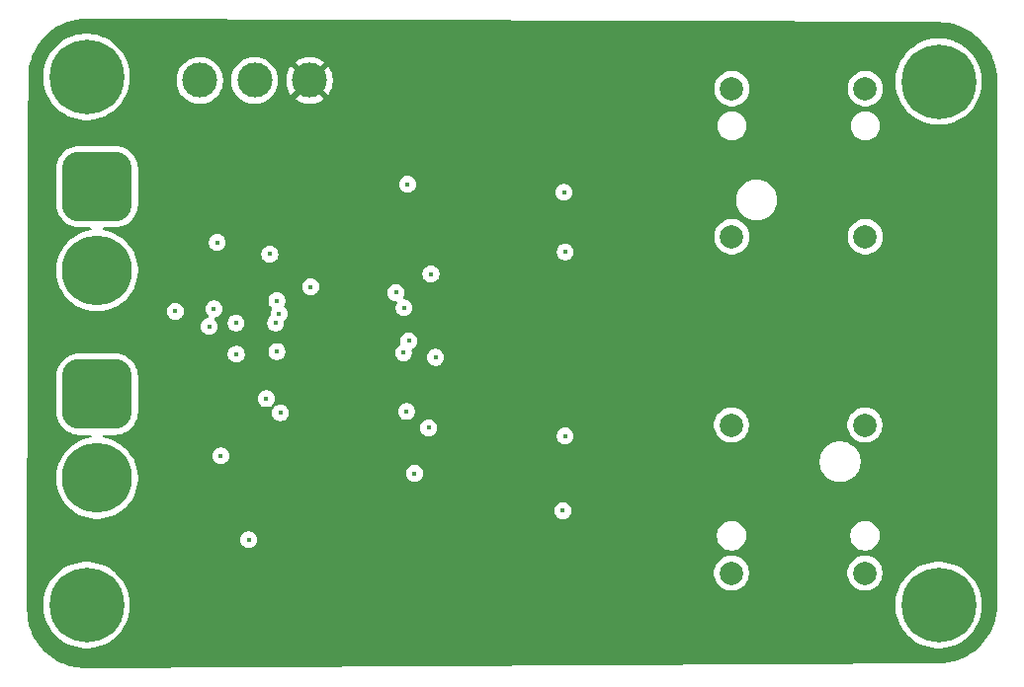
<source format=gbr>
%TF.GenerationSoftware,KiCad,Pcbnew,9.0.0*%
%TF.CreationDate,2025-03-20T21:57:57+01:00*%
%TF.ProjectId,Pcb_Ampli2,5063625f-416d-4706-9c69-322e6b696361,rev?*%
%TF.SameCoordinates,Original*%
%TF.FileFunction,Copper,L3,Inr*%
%TF.FilePolarity,Positive*%
%FSLAX46Y46*%
G04 Gerber Fmt 4.6, Leading zero omitted, Abs format (unit mm)*
G04 Created by KiCad (PCBNEW 9.0.0) date 2025-03-20 21:57:57*
%MOMM*%
%LPD*%
G01*
G04 APERTURE LIST*
G04 Aperture macros list*
%AMRoundRect*
0 Rectangle with rounded corners*
0 $1 Rounding radius*
0 $2 $3 $4 $5 $6 $7 $8 $9 X,Y pos of 4 corners*
0 Add a 4 corners polygon primitive as box body*
4,1,4,$2,$3,$4,$5,$6,$7,$8,$9,$2,$3,0*
0 Add four circle primitives for the rounded corners*
1,1,$1+$1,$2,$3*
1,1,$1+$1,$4,$5*
1,1,$1+$1,$6,$7*
1,1,$1+$1,$8,$9*
0 Add four rect primitives between the rounded corners*
20,1,$1+$1,$2,$3,$4,$5,0*
20,1,$1+$1,$4,$5,$6,$7,0*
20,1,$1+$1,$6,$7,$8,$9,0*
20,1,$1+$1,$8,$9,$2,$3,0*%
G04 Aperture macros list end*
%TA.AperFunction,ComponentPad*%
%ADD10C,2.006600*%
%TD*%
%TA.AperFunction,ComponentPad*%
%ADD11C,0.800000*%
%TD*%
%TA.AperFunction,ComponentPad*%
%ADD12C,6.400000*%
%TD*%
%TA.AperFunction,ComponentPad*%
%ADD13RoundRect,1.500000X-1.500000X1.500000X-1.500000X-1.500000X1.500000X-1.500000X1.500000X1.500000X0*%
%TD*%
%TA.AperFunction,ComponentPad*%
%ADD14C,6.000000*%
%TD*%
%TA.AperFunction,ComponentPad*%
%ADD15C,3.000000*%
%TD*%
%TA.AperFunction,ViaPad*%
%ADD16C,0.450000*%
%TD*%
%TA.AperFunction,ViaPad*%
%ADD17C,1.200000*%
%TD*%
G04 APERTURE END LIST*
D10*
%TO.N,Net-(C27-Pad2)*%
%TO.C,J2*%
X135770000Y-50700000D03*
X147200000Y-50700000D03*
%TO.N,Net-(C28-Pad1)*%
X135770000Y-63400000D03*
X147200000Y-63400000D03*
%TD*%
%TO.N,Net-(C34-Pad1)*%
%TO.C,J3*%
X147181600Y-92258896D03*
X135751600Y-92258896D03*
%TO.N,Net-(C33-Pad2)*%
X147181600Y-79558896D03*
X135751600Y-79558896D03*
%TD*%
D11*
%TO.N,GND*%
%TO.C,H4*%
X151100000Y-95000000D03*
X151802944Y-93302944D03*
X151802944Y-96697056D03*
X153500000Y-92600000D03*
D12*
X153500000Y-95000000D03*
D11*
X153500000Y-97400000D03*
X155197056Y-93302944D03*
X155197056Y-96697056D03*
X155900000Y-95000000D03*
%TD*%
%TO.N,GND*%
%TO.C,H1*%
X78100000Y-49700000D03*
X78802944Y-48002944D03*
X78802944Y-51397056D03*
X80500000Y-47300000D03*
D12*
X80500000Y-49700000D03*
D11*
X80500000Y-52100000D03*
X82197056Y-48002944D03*
X82197056Y-51397056D03*
X82900000Y-49700000D03*
%TD*%
%TO.N,GND*%
%TO.C,H2*%
X151100000Y-50100000D03*
X151802944Y-48402944D03*
X151802944Y-51797056D03*
X153500000Y-47700000D03*
D12*
X153500000Y-50100000D03*
D11*
X153500000Y-52500000D03*
X155197056Y-48402944D03*
X155197056Y-51797056D03*
X155900000Y-50100000D03*
%TD*%
D13*
%TO.N,Net-(J4-Pin_1)*%
%TO.C,J4*%
X81400000Y-76900000D03*
D14*
%TO.N,Net-(J4-Pin_2)*%
X81400000Y-84100000D03*
%TD*%
D11*
%TO.N,GND*%
%TO.C,H3*%
X78100000Y-95000000D03*
X78802944Y-93302944D03*
X78802944Y-96697056D03*
X80500000Y-92600000D03*
D12*
X80500000Y-95000000D03*
D11*
X80500000Y-97400000D03*
X82197056Y-93302944D03*
X82197056Y-96697056D03*
X82900000Y-95000000D03*
%TD*%
D13*
%TO.N,GND*%
%TO.C,J1*%
X81400000Y-59100000D03*
D14*
%TO.N,Net-(J1-Pin_2)*%
X81400000Y-66300000D03*
%TD*%
D15*
%TO.N,+24V*%
%TO.C,SW1*%
X99600000Y-50000000D03*
%TO.N,Net-(J1-Pin_2)*%
X94900000Y-50000000D03*
%TO.N,unconnected-(SW1-C-Pad3)*%
X90200000Y-50000000D03*
%TD*%
D16*
%TO.N,GND*%
X96800000Y-73250000D03*
%TO.N,Net-(TPA1-35_OUT_B)*%
X108100000Y-72350000D03*
%TO.N,GND*%
X107650000Y-73350000D03*
X107900000Y-78400000D03*
%TO.N,Net-(TPA1-27_OUT_D)*%
X108600000Y-83700000D03*
X109800000Y-79800000D03*
%TO.N,GND*%
X107000000Y-68200000D03*
X121400000Y-59600000D03*
X93325000Y-73475000D03*
X94400000Y-89400000D03*
X121500000Y-80500000D03*
X121500000Y-64700000D03*
X121300000Y-86900000D03*
X110400000Y-73750000D03*
X88100000Y-69800000D03*
X99700000Y-67700000D03*
X93300000Y-70800000D03*
D17*
%TO.N,+24V*%
X119800000Y-73900000D03*
X93500000Y-58000000D03*
X89000000Y-85000000D03*
X97000000Y-67500000D03*
X107500000Y-71000000D03*
X107700000Y-75600000D03*
X98500000Y-55500000D03*
D16*
%TO.N,Net-(J4-Pin_2)*%
X91700000Y-63900000D03*
%TO.N,Net-(TPA1-5_Input_A)*%
X96200000Y-64900000D03*
X96800000Y-68900000D03*
%TO.N,Net-(J4-Pin_1)*%
X92000000Y-82200000D03*
%TO.N,Net-(TPA1-20_VBG)*%
X95900000Y-77300000D03*
X97100000Y-78500000D03*
%TO.N,Net-(TPA1-39_OUT_A)*%
X107700000Y-69500000D03*
X108000000Y-58900000D03*
%TO.N,Net-(TPA1-35_OUT_B)*%
X110000000Y-66600000D03*
%TO.N,Net-(TPA1-7_OC_ADJ)*%
X97000000Y-70000000D03*
X91400000Y-69600000D03*
%TO.N,Net-(TPA1-8_FREQ_ADJ)*%
X96700000Y-70800000D03*
X91000000Y-71100000D03*
%TD*%
%TA.AperFunction,Conductor*%
%TO.N,+24V*%
G36*
X153448435Y-45000288D02*
G01*
X153448442Y-45000290D01*
X153448456Y-45000288D01*
X153449699Y-45000293D01*
X153497976Y-45000501D01*
X153502566Y-45000605D01*
X153870276Y-45015814D01*
X153875906Y-45016177D01*
X153959956Y-45023530D01*
X153964429Y-45024004D01*
X154287028Y-45064216D01*
X154293169Y-45065140D01*
X154371766Y-45078999D01*
X154375594Y-45079737D01*
X154699008Y-45147549D01*
X154705622Y-45149128D01*
X154774576Y-45167604D01*
X154777787Y-45168512D01*
X155103169Y-45265383D01*
X155110157Y-45267692D01*
X155164056Y-45287310D01*
X155166678Y-45288299D01*
X155496425Y-45416967D01*
X155503729Y-45420089D01*
X155534837Y-45434595D01*
X155536641Y-45435458D01*
X155874902Y-45600823D01*
X155883883Y-45605683D01*
X156230070Y-45811966D01*
X156238638Y-45817564D01*
X156566593Y-46051719D01*
X156574668Y-46058005D01*
X156756034Y-46211614D01*
X156882155Y-46318433D01*
X156889695Y-46325374D01*
X157174625Y-46610304D01*
X157181566Y-46617844D01*
X157441989Y-46925325D01*
X157448284Y-46933412D01*
X157682431Y-47261355D01*
X157688037Y-47269935D01*
X157894309Y-47616105D01*
X157899186Y-47625119D01*
X158064467Y-47963206D01*
X158065450Y-47965262D01*
X158079902Y-47996255D01*
X158083036Y-48003584D01*
X158211691Y-48333300D01*
X158212696Y-48335964D01*
X158232299Y-48389822D01*
X158234622Y-48396851D01*
X158331475Y-48722173D01*
X158332405Y-48725462D01*
X158350867Y-48794364D01*
X158352453Y-48801010D01*
X158420250Y-49124350D01*
X158421005Y-49128265D01*
X158434854Y-49206807D01*
X158435786Y-49213001D01*
X158475990Y-49535538D01*
X158476470Y-49540069D01*
X158483819Y-49624067D01*
X158484185Y-49629749D01*
X158499394Y-49997437D01*
X158499500Y-50002562D01*
X158499500Y-94997437D01*
X158499394Y-95002562D01*
X158484185Y-95370249D01*
X158483819Y-95375931D01*
X158476470Y-95459929D01*
X158475990Y-95464460D01*
X158435786Y-95786997D01*
X158434854Y-95793191D01*
X158421005Y-95871733D01*
X158420250Y-95875648D01*
X158352453Y-96198988D01*
X158350867Y-96205634D01*
X158332405Y-96274536D01*
X158331475Y-96277825D01*
X158234622Y-96603147D01*
X158232299Y-96610176D01*
X158212696Y-96664034D01*
X158211691Y-96666698D01*
X158083036Y-96996414D01*
X158079902Y-97003743D01*
X158065471Y-97034691D01*
X158064489Y-97036747D01*
X157899182Y-97374889D01*
X157894304Y-97383903D01*
X157688037Y-97730064D01*
X157682431Y-97738644D01*
X157448284Y-98066587D01*
X157441989Y-98074674D01*
X157181566Y-98382155D01*
X157174625Y-98389695D01*
X156889695Y-98674625D01*
X156882155Y-98681566D01*
X156574674Y-98941989D01*
X156566587Y-98948284D01*
X156238644Y-99182431D01*
X156230064Y-99188037D01*
X155883903Y-99394304D01*
X155874889Y-99399182D01*
X155536747Y-99564489D01*
X155534691Y-99565471D01*
X155503743Y-99579902D01*
X155496414Y-99583036D01*
X155166698Y-99711691D01*
X155164034Y-99712696D01*
X155110176Y-99732299D01*
X155103147Y-99734622D01*
X154777825Y-99831475D01*
X154774536Y-99832405D01*
X154705634Y-99850867D01*
X154698988Y-99852453D01*
X154375648Y-99920250D01*
X154371733Y-99921005D01*
X154293191Y-99934854D01*
X154286997Y-99935786D01*
X153964460Y-99975990D01*
X153959929Y-99976470D01*
X153875931Y-99983819D01*
X153870249Y-99984185D01*
X153502563Y-99999394D01*
X153497438Y-99999500D01*
X153451094Y-99999500D01*
X153448534Y-99999780D01*
X80402900Y-100399483D01*
X80397097Y-100399379D01*
X80029749Y-100384185D01*
X80024065Y-100383819D01*
X79940068Y-100376470D01*
X79935538Y-100375990D01*
X79613001Y-100335786D01*
X79606807Y-100334854D01*
X79528265Y-100321005D01*
X79524350Y-100320250D01*
X79201010Y-100252453D01*
X79194364Y-100250867D01*
X79125462Y-100232405D01*
X79122173Y-100231475D01*
X78796851Y-100134622D01*
X78789822Y-100132299D01*
X78735964Y-100112696D01*
X78733300Y-100111691D01*
X78403584Y-99983036D01*
X78396255Y-99979902D01*
X78365262Y-99965450D01*
X78363206Y-99964467D01*
X78025119Y-99799186D01*
X78016105Y-99794309D01*
X77669935Y-99588037D01*
X77661355Y-99582431D01*
X77333412Y-99348284D01*
X77325325Y-99341989D01*
X77017844Y-99081566D01*
X77010304Y-99074625D01*
X76725374Y-98789695D01*
X76718433Y-98782155D01*
X76559019Y-98593935D01*
X76458005Y-98474668D01*
X76451715Y-98466587D01*
X76394226Y-98386069D01*
X76217564Y-98138638D01*
X76211962Y-98130064D01*
X76120070Y-97975849D01*
X76005683Y-97783883D01*
X76000823Y-97774902D01*
X75835458Y-97436641D01*
X75834595Y-97434837D01*
X75820089Y-97403729D01*
X75816962Y-97396414D01*
X75812080Y-97383903D01*
X75688299Y-97066679D01*
X75687302Y-97064034D01*
X75667692Y-97010157D01*
X75665383Y-97003169D01*
X75568512Y-96677787D01*
X75567604Y-96674576D01*
X75549128Y-96605622D01*
X75547549Y-96599008D01*
X75479737Y-96275594D01*
X75478999Y-96271766D01*
X75465140Y-96193169D01*
X75464216Y-96187028D01*
X75424004Y-95864429D01*
X75423530Y-95859956D01*
X75416177Y-95775906D01*
X75415814Y-95770277D01*
X75400610Y-95402664D01*
X75400505Y-95397350D01*
X75401772Y-94818209D01*
X76799500Y-94818209D01*
X76799500Y-95181790D01*
X76835137Y-95543630D01*
X76906064Y-95900212D01*
X76906067Y-95900223D01*
X77011614Y-96248165D01*
X77150754Y-96584078D01*
X77150756Y-96584083D01*
X77322140Y-96904720D01*
X77322144Y-96904727D01*
X77322147Y-96904732D01*
X77428589Y-97064034D01*
X77524140Y-97207035D01*
X77524150Y-97207049D01*
X77754807Y-97488106D01*
X78011893Y-97745192D01*
X78011898Y-97745196D01*
X78011899Y-97745197D01*
X78292956Y-97975854D01*
X78595268Y-98177853D01*
X78595277Y-98177858D01*
X78595279Y-98177859D01*
X78915916Y-98349243D01*
X78915918Y-98349243D01*
X78915924Y-98349247D01*
X79251836Y-98488386D01*
X79599767Y-98593930D01*
X79599773Y-98593931D01*
X79599776Y-98593932D01*
X79599787Y-98593935D01*
X79956369Y-98664862D01*
X80318206Y-98700500D01*
X80318209Y-98700500D01*
X80681791Y-98700500D01*
X80681794Y-98700500D01*
X81043631Y-98664862D01*
X81113045Y-98651054D01*
X81400212Y-98593935D01*
X81400223Y-98593932D01*
X81400223Y-98593931D01*
X81400233Y-98593930D01*
X81748164Y-98488386D01*
X82084076Y-98349247D01*
X82404732Y-98177853D01*
X82707044Y-97975854D01*
X82988101Y-97745197D01*
X83245197Y-97488101D01*
X83475854Y-97207044D01*
X83677853Y-96904732D01*
X83849247Y-96584076D01*
X83988386Y-96248164D01*
X84093930Y-95900233D01*
X84093932Y-95900223D01*
X84093935Y-95900212D01*
X84164862Y-95543630D01*
X84181379Y-95375931D01*
X84200500Y-95181794D01*
X84200500Y-94818209D01*
X149799500Y-94818209D01*
X149799500Y-95181790D01*
X149835137Y-95543630D01*
X149906064Y-95900212D01*
X149906067Y-95900223D01*
X150011614Y-96248165D01*
X150150754Y-96584078D01*
X150150756Y-96584083D01*
X150322140Y-96904720D01*
X150322144Y-96904727D01*
X150322147Y-96904732D01*
X150428589Y-97064034D01*
X150524140Y-97207035D01*
X150524150Y-97207049D01*
X150754807Y-97488106D01*
X151011893Y-97745192D01*
X151011898Y-97745196D01*
X151011899Y-97745197D01*
X151292956Y-97975854D01*
X151595268Y-98177853D01*
X151595277Y-98177858D01*
X151595279Y-98177859D01*
X151915916Y-98349243D01*
X151915918Y-98349243D01*
X151915924Y-98349247D01*
X152251836Y-98488386D01*
X152599767Y-98593930D01*
X152599773Y-98593931D01*
X152599776Y-98593932D01*
X152599787Y-98593935D01*
X152956369Y-98664862D01*
X153318206Y-98700500D01*
X153318209Y-98700500D01*
X153681791Y-98700500D01*
X153681794Y-98700500D01*
X154043631Y-98664862D01*
X154113045Y-98651054D01*
X154400212Y-98593935D01*
X154400223Y-98593932D01*
X154400223Y-98593931D01*
X154400233Y-98593930D01*
X154748164Y-98488386D01*
X155084076Y-98349247D01*
X155404732Y-98177853D01*
X155707044Y-97975854D01*
X155988101Y-97745197D01*
X156245197Y-97488101D01*
X156475854Y-97207044D01*
X156677853Y-96904732D01*
X156849247Y-96584076D01*
X156988386Y-96248164D01*
X157093930Y-95900233D01*
X157093932Y-95900223D01*
X157093935Y-95900212D01*
X157164862Y-95543630D01*
X157181379Y-95375931D01*
X157200500Y-95181794D01*
X157200500Y-94818206D01*
X157164862Y-94456369D01*
X157093935Y-94099787D01*
X157093932Y-94099776D01*
X157093931Y-94099773D01*
X157093930Y-94099767D01*
X156988386Y-93751836D01*
X156849247Y-93415924D01*
X156843903Y-93405927D01*
X156677859Y-93095279D01*
X156677858Y-93095277D01*
X156677853Y-93095268D01*
X156475854Y-92792956D01*
X156245197Y-92511899D01*
X156245196Y-92511898D01*
X156245192Y-92511893D01*
X155988106Y-92254807D01*
X155707049Y-92024150D01*
X155707048Y-92024149D01*
X155707044Y-92024146D01*
X155404732Y-91822147D01*
X155404727Y-91822144D01*
X155404720Y-91822140D01*
X155084083Y-91650756D01*
X155084078Y-91650754D01*
X154748165Y-91511614D01*
X154400223Y-91406067D01*
X154400212Y-91406064D01*
X154043630Y-91335137D01*
X153771111Y-91308296D01*
X153681794Y-91299500D01*
X153318206Y-91299500D01*
X153235679Y-91307628D01*
X152956369Y-91335137D01*
X152599787Y-91406064D01*
X152599776Y-91406067D01*
X152251834Y-91511614D01*
X151915921Y-91650754D01*
X151915916Y-91650756D01*
X151595279Y-91822140D01*
X151595261Y-91822151D01*
X151292964Y-92024140D01*
X151292950Y-92024150D01*
X151011893Y-92254807D01*
X150754807Y-92511893D01*
X150524150Y-92792950D01*
X150524140Y-92792964D01*
X150322151Y-93095261D01*
X150322140Y-93095279D01*
X150150756Y-93415916D01*
X150150754Y-93415921D01*
X150011614Y-93751834D01*
X149906067Y-94099776D01*
X149906064Y-94099787D01*
X149835137Y-94456369D01*
X149799500Y-94818209D01*
X84200500Y-94818209D01*
X84200500Y-94818206D01*
X84164862Y-94456369D01*
X84093935Y-94099787D01*
X84093932Y-94099776D01*
X84093931Y-94099773D01*
X84093930Y-94099767D01*
X83988386Y-93751836D01*
X83849247Y-93415924D01*
X83843903Y-93405927D01*
X83677859Y-93095279D01*
X83677858Y-93095277D01*
X83677853Y-93095268D01*
X83475854Y-92792956D01*
X83245197Y-92511899D01*
X83245196Y-92511898D01*
X83245192Y-92511893D01*
X82988106Y-92254807D01*
X82959737Y-92231525D01*
X82848876Y-92140544D01*
X134247800Y-92140544D01*
X134247800Y-92377247D01*
X134284829Y-92611038D01*
X134284829Y-92611041D01*
X134357972Y-92836152D01*
X134357974Y-92836155D01*
X134465435Y-93047059D01*
X134604566Y-93238556D01*
X134771940Y-93405930D01*
X134963437Y-93545061D01*
X135174341Y-93652522D01*
X135174343Y-93652523D01*
X135399455Y-93725666D01*
X135399456Y-93725666D01*
X135399459Y-93725667D01*
X135633248Y-93762696D01*
X135633249Y-93762696D01*
X135869951Y-93762696D01*
X135869952Y-93762696D01*
X136103741Y-93725667D01*
X136103744Y-93725666D01*
X136103745Y-93725666D01*
X136328856Y-93652523D01*
X136328856Y-93652522D01*
X136328859Y-93652522D01*
X136539763Y-93545061D01*
X136731260Y-93405930D01*
X136898634Y-93238556D01*
X137037765Y-93047059D01*
X137145226Y-92836155D01*
X137218371Y-92611037D01*
X137255400Y-92377248D01*
X137255400Y-92140544D01*
X145677800Y-92140544D01*
X145677800Y-92377247D01*
X145714829Y-92611038D01*
X145714829Y-92611041D01*
X145787972Y-92836152D01*
X145787974Y-92836155D01*
X145895435Y-93047059D01*
X146034566Y-93238556D01*
X146201940Y-93405930D01*
X146393437Y-93545061D01*
X146604341Y-93652522D01*
X146604343Y-93652523D01*
X146829455Y-93725666D01*
X146829456Y-93725666D01*
X146829459Y-93725667D01*
X147063248Y-93762696D01*
X147063249Y-93762696D01*
X147299951Y-93762696D01*
X147299952Y-93762696D01*
X147533741Y-93725667D01*
X147533744Y-93725666D01*
X147533745Y-93725666D01*
X147758856Y-93652523D01*
X147758856Y-93652522D01*
X147758859Y-93652522D01*
X147969763Y-93545061D01*
X148161260Y-93405930D01*
X148328634Y-93238556D01*
X148467765Y-93047059D01*
X148575226Y-92836155D01*
X148648371Y-92611037D01*
X148685400Y-92377248D01*
X148685400Y-92140544D01*
X148648371Y-91906755D01*
X148648370Y-91906751D01*
X148648370Y-91906750D01*
X148575227Y-91681639D01*
X148467764Y-91470732D01*
X148420782Y-91406067D01*
X148328634Y-91279236D01*
X148161260Y-91111862D01*
X147969763Y-90972731D01*
X147758856Y-90865268D01*
X147533744Y-90792125D01*
X147358399Y-90764353D01*
X147299952Y-90755096D01*
X147063248Y-90755096D01*
X146985318Y-90767439D01*
X146829457Y-90792125D01*
X146829454Y-90792125D01*
X146604343Y-90865268D01*
X146393436Y-90972731D01*
X146284180Y-91052110D01*
X146201940Y-91111862D01*
X146201938Y-91111864D01*
X146201937Y-91111864D01*
X146034568Y-91279233D01*
X146034568Y-91279234D01*
X146034566Y-91279236D01*
X145993951Y-91335138D01*
X145895435Y-91470732D01*
X145787972Y-91681639D01*
X145714829Y-91906750D01*
X145714829Y-91906753D01*
X145677800Y-92140544D01*
X137255400Y-92140544D01*
X137218371Y-91906755D01*
X137218370Y-91906751D01*
X137218370Y-91906750D01*
X137145227Y-91681639D01*
X137037764Y-91470732D01*
X136990782Y-91406067D01*
X136898634Y-91279236D01*
X136731260Y-91111862D01*
X136539763Y-90972731D01*
X136328856Y-90865268D01*
X136103744Y-90792125D01*
X135928399Y-90764353D01*
X135869952Y-90755096D01*
X135633248Y-90755096D01*
X135555318Y-90767439D01*
X135399457Y-90792125D01*
X135399454Y-90792125D01*
X135174343Y-90865268D01*
X134963436Y-90972731D01*
X134854180Y-91052110D01*
X134771940Y-91111862D01*
X134771938Y-91111864D01*
X134771937Y-91111864D01*
X134604568Y-91279233D01*
X134604568Y-91279234D01*
X134604566Y-91279236D01*
X134563951Y-91335138D01*
X134465435Y-91470732D01*
X134357972Y-91681639D01*
X134284829Y-91906750D01*
X134284829Y-91906753D01*
X134247800Y-92140544D01*
X82848876Y-92140544D01*
X82707049Y-92024150D01*
X82707048Y-92024149D01*
X82707044Y-92024146D01*
X82404732Y-91822147D01*
X82404727Y-91822144D01*
X82404720Y-91822140D01*
X82084083Y-91650756D01*
X82084078Y-91650754D01*
X81748165Y-91511614D01*
X81400223Y-91406067D01*
X81400212Y-91406064D01*
X81043630Y-91335137D01*
X80771111Y-91308296D01*
X80681794Y-91299500D01*
X80318206Y-91299500D01*
X80235679Y-91307628D01*
X79956369Y-91335137D01*
X79599787Y-91406064D01*
X79599776Y-91406067D01*
X79251834Y-91511614D01*
X78915921Y-91650754D01*
X78915916Y-91650756D01*
X78595279Y-91822140D01*
X78595261Y-91822151D01*
X78292964Y-92024140D01*
X78292950Y-92024150D01*
X78011893Y-92254807D01*
X77754807Y-92511893D01*
X77524150Y-92792950D01*
X77524140Y-92792964D01*
X77322151Y-93095261D01*
X77322140Y-93095279D01*
X77150756Y-93415916D01*
X77150754Y-93415921D01*
X77011614Y-93751834D01*
X76906067Y-94099776D01*
X76906064Y-94099787D01*
X76835137Y-94456369D01*
X76799500Y-94818209D01*
X75401772Y-94818209D01*
X75413472Y-89471457D01*
X93674499Y-89471457D01*
X93702379Y-89611614D01*
X93702381Y-89611620D01*
X93757069Y-89743650D01*
X93757074Y-89743659D01*
X93836467Y-89862478D01*
X93836470Y-89862482D01*
X93937517Y-89963529D01*
X93937521Y-89963532D01*
X94056340Y-90042925D01*
X94056346Y-90042928D01*
X94056347Y-90042929D01*
X94188380Y-90097619D01*
X94188384Y-90097619D01*
X94188385Y-90097620D01*
X94328542Y-90125500D01*
X94328545Y-90125500D01*
X94471457Y-90125500D01*
X94565751Y-90106742D01*
X94611620Y-90097619D01*
X94743653Y-90042929D01*
X94862479Y-89963532D01*
X94963532Y-89862479D01*
X95042929Y-89743653D01*
X95097619Y-89611620D01*
X95125500Y-89471455D01*
X95125500Y-89328545D01*
X95125500Y-89328542D01*
X95097620Y-89188385D01*
X95097619Y-89188384D01*
X95097619Y-89188380D01*
X95042929Y-89056347D01*
X94978694Y-88960212D01*
X134497800Y-88960212D01*
X134497800Y-89157563D01*
X134528673Y-89352488D01*
X134528673Y-89352491D01*
X134589656Y-89540177D01*
X134679254Y-89716022D01*
X134795255Y-89875684D01*
X134934804Y-90015233D01*
X135094466Y-90131234D01*
X135270308Y-90220830D01*
X135270310Y-90220831D01*
X135457997Y-90281814D01*
X135457998Y-90281814D01*
X135458001Y-90281815D01*
X135652924Y-90312688D01*
X135652925Y-90312688D01*
X135850275Y-90312688D01*
X135850276Y-90312688D01*
X136045199Y-90281815D01*
X136045202Y-90281814D01*
X136045203Y-90281814D01*
X136232889Y-90220831D01*
X136232889Y-90220830D01*
X136232892Y-90220830D01*
X136408734Y-90131234D01*
X136568396Y-90015233D01*
X136707945Y-89875684D01*
X136823946Y-89716022D01*
X136913542Y-89540180D01*
X136913543Y-89540177D01*
X136974526Y-89352491D01*
X136974526Y-89352490D01*
X136974527Y-89352487D01*
X137005400Y-89157564D01*
X137005400Y-88960212D01*
X145927800Y-88960212D01*
X145927800Y-89157563D01*
X145958673Y-89352488D01*
X145958673Y-89352491D01*
X146019656Y-89540177D01*
X146109254Y-89716022D01*
X146225255Y-89875684D01*
X146364804Y-90015233D01*
X146524466Y-90131234D01*
X146700308Y-90220830D01*
X146700310Y-90220831D01*
X146887997Y-90281814D01*
X146887998Y-90281814D01*
X146888001Y-90281815D01*
X147082924Y-90312688D01*
X147082925Y-90312688D01*
X147280275Y-90312688D01*
X147280276Y-90312688D01*
X147475199Y-90281815D01*
X147475202Y-90281814D01*
X147475203Y-90281814D01*
X147662889Y-90220831D01*
X147662889Y-90220830D01*
X147662892Y-90220830D01*
X147838734Y-90131234D01*
X147998396Y-90015233D01*
X148137945Y-89875684D01*
X148253946Y-89716022D01*
X148343542Y-89540180D01*
X148343543Y-89540177D01*
X148404526Y-89352491D01*
X148404526Y-89352490D01*
X148404527Y-89352487D01*
X148435400Y-89157564D01*
X148435400Y-88960212D01*
X148404527Y-88765289D01*
X148404526Y-88765285D01*
X148404526Y-88765284D01*
X148343543Y-88577598D01*
X148253945Y-88401753D01*
X148137945Y-88242092D01*
X147998396Y-88102543D01*
X147838734Y-87986542D01*
X147662889Y-87896944D01*
X147475202Y-87835961D01*
X147329006Y-87812806D01*
X147280276Y-87805088D01*
X147082924Y-87805088D01*
X147017949Y-87815379D01*
X146887999Y-87835961D01*
X146887996Y-87835961D01*
X146700310Y-87896944D01*
X146524465Y-87986542D01*
X146364801Y-88102545D01*
X146225257Y-88242089D01*
X146109254Y-88401753D01*
X146019656Y-88577598D01*
X145958673Y-88765284D01*
X145958673Y-88765287D01*
X145927800Y-88960212D01*
X137005400Y-88960212D01*
X136974527Y-88765289D01*
X136974526Y-88765285D01*
X136974526Y-88765284D01*
X136913543Y-88577598D01*
X136823945Y-88401753D01*
X136707945Y-88242092D01*
X136568396Y-88102543D01*
X136408734Y-87986542D01*
X136232889Y-87896944D01*
X136045202Y-87835961D01*
X135899006Y-87812806D01*
X135850276Y-87805088D01*
X135652924Y-87805088D01*
X135587949Y-87815379D01*
X135457999Y-87835961D01*
X135457996Y-87835961D01*
X135270310Y-87896944D01*
X135094465Y-87986542D01*
X134934801Y-88102545D01*
X134795257Y-88242089D01*
X134679254Y-88401753D01*
X134589656Y-88577598D01*
X134528673Y-88765284D01*
X134528673Y-88765287D01*
X134497800Y-88960212D01*
X94978694Y-88960212D01*
X94963532Y-88937520D01*
X94862482Y-88836470D01*
X94862478Y-88836467D01*
X94743659Y-88757074D01*
X94743650Y-88757069D01*
X94611620Y-88702381D01*
X94611614Y-88702379D01*
X94471457Y-88674500D01*
X94471455Y-88674500D01*
X94328545Y-88674500D01*
X94328543Y-88674500D01*
X94188385Y-88702379D01*
X94188379Y-88702381D01*
X94056349Y-88757069D01*
X94056340Y-88757074D01*
X93937521Y-88836467D01*
X93937517Y-88836470D01*
X93836470Y-88937517D01*
X93836467Y-88937521D01*
X93757074Y-89056340D01*
X93757069Y-89056349D01*
X93702381Y-89188379D01*
X93702379Y-89188385D01*
X93674500Y-89328542D01*
X93674500Y-89328545D01*
X93674500Y-89471455D01*
X93674500Y-89471457D01*
X93674499Y-89471457D01*
X75413472Y-89471457D01*
X75444419Y-75328549D01*
X77899500Y-75328549D01*
X77899500Y-78471450D01*
X77914804Y-78685433D01*
X77975628Y-78965037D01*
X77975630Y-78965043D01*
X77975631Y-78965046D01*
X78062377Y-79197620D01*
X78075635Y-79233166D01*
X78212770Y-79484309D01*
X78212775Y-79484317D01*
X78384254Y-79713387D01*
X78384270Y-79713405D01*
X78586594Y-79915729D01*
X78586612Y-79915745D01*
X78815682Y-80087224D01*
X78815690Y-80087229D01*
X79066833Y-80224364D01*
X79066832Y-80224364D01*
X79066836Y-80224365D01*
X79066839Y-80224367D01*
X79334954Y-80324369D01*
X79334960Y-80324370D01*
X79334962Y-80324371D01*
X79614566Y-80385195D01*
X79614568Y-80385195D01*
X79614572Y-80385196D01*
X79828552Y-80400500D01*
X80796675Y-80400500D01*
X80863714Y-80420185D01*
X80909469Y-80472989D01*
X80919413Y-80542147D01*
X80890388Y-80605703D01*
X80831610Y-80643477D01*
X80820866Y-80646117D01*
X80548427Y-80700308D01*
X80219293Y-80800150D01*
X79901535Y-80931770D01*
X79901530Y-80931772D01*
X79598224Y-81093893D01*
X79598206Y-81093904D01*
X79312248Y-81284975D01*
X79312234Y-81284985D01*
X79046367Y-81503176D01*
X78803176Y-81746367D01*
X78584985Y-82012234D01*
X78584975Y-82012248D01*
X78393904Y-82298206D01*
X78393893Y-82298224D01*
X78231772Y-82601530D01*
X78231770Y-82601535D01*
X78100150Y-82919293D01*
X78000308Y-83248427D01*
X77933210Y-83585750D01*
X77923659Y-83682732D01*
X77899500Y-83928031D01*
X77899500Y-84271969D01*
X77906489Y-84342929D01*
X77933210Y-84614249D01*
X78000308Y-84951572D01*
X78100150Y-85280706D01*
X78231770Y-85598464D01*
X78231772Y-85598469D01*
X78393893Y-85901775D01*
X78393904Y-85901793D01*
X78584975Y-86187751D01*
X78584985Y-86187765D01*
X78803176Y-86453632D01*
X79046367Y-86696823D01*
X79046372Y-86696827D01*
X79046373Y-86696828D01*
X79312240Y-86915019D01*
X79598213Y-87106100D01*
X79598222Y-87106105D01*
X79598224Y-87106106D01*
X79901530Y-87268227D01*
X79901532Y-87268227D01*
X79901538Y-87268231D01*
X80219295Y-87399850D01*
X80548422Y-87499690D01*
X80885750Y-87566789D01*
X81228031Y-87600500D01*
X81228034Y-87600500D01*
X81571966Y-87600500D01*
X81571969Y-87600500D01*
X81914250Y-87566789D01*
X82251578Y-87499690D01*
X82580705Y-87399850D01*
X82898462Y-87268231D01*
X83201787Y-87106100D01*
X83403295Y-86971457D01*
X120574499Y-86971457D01*
X120602379Y-87111614D01*
X120602381Y-87111620D01*
X120657069Y-87243650D01*
X120657074Y-87243659D01*
X120736467Y-87362478D01*
X120736470Y-87362482D01*
X120837517Y-87463529D01*
X120837521Y-87463532D01*
X120956340Y-87542925D01*
X120956346Y-87542928D01*
X120956347Y-87542929D01*
X121088380Y-87597619D01*
X121088384Y-87597619D01*
X121088385Y-87597620D01*
X121228542Y-87625500D01*
X121228545Y-87625500D01*
X121371457Y-87625500D01*
X121497136Y-87600500D01*
X121511620Y-87597619D01*
X121643653Y-87542929D01*
X121762479Y-87463532D01*
X121863532Y-87362479D01*
X121942929Y-87243653D01*
X121997619Y-87111620D01*
X122025500Y-86971455D01*
X122025500Y-86828545D01*
X122025500Y-86828542D01*
X121997620Y-86688385D01*
X121997619Y-86688384D01*
X121997619Y-86688380D01*
X121942929Y-86556347D01*
X121942928Y-86556346D01*
X121942925Y-86556340D01*
X121863532Y-86437521D01*
X121863529Y-86437517D01*
X121762482Y-86336470D01*
X121762478Y-86336467D01*
X121643659Y-86257074D01*
X121643650Y-86257069D01*
X121511620Y-86202381D01*
X121511614Y-86202379D01*
X121371457Y-86174500D01*
X121371455Y-86174500D01*
X121228545Y-86174500D01*
X121228543Y-86174500D01*
X121088385Y-86202379D01*
X121088379Y-86202381D01*
X120956349Y-86257069D01*
X120956340Y-86257074D01*
X120837521Y-86336467D01*
X120837517Y-86336470D01*
X120736470Y-86437517D01*
X120736467Y-86437521D01*
X120657074Y-86556340D01*
X120657069Y-86556349D01*
X120602381Y-86688379D01*
X120602379Y-86688385D01*
X120574500Y-86828542D01*
X120574500Y-86828545D01*
X120574500Y-86971455D01*
X120574500Y-86971457D01*
X120574499Y-86971457D01*
X83403295Y-86971457D01*
X83487760Y-86915019D01*
X83753627Y-86696828D01*
X83996828Y-86453627D01*
X84215019Y-86187760D01*
X84406100Y-85901787D01*
X84568231Y-85598462D01*
X84699850Y-85280705D01*
X84799690Y-84951578D01*
X84866789Y-84614250D01*
X84900500Y-84271969D01*
X84900500Y-83928031D01*
X84885079Y-83771457D01*
X107874499Y-83771457D01*
X107902379Y-83911614D01*
X107902381Y-83911620D01*
X107957069Y-84043650D01*
X107957074Y-84043659D01*
X108036467Y-84162478D01*
X108036470Y-84162482D01*
X108137517Y-84263529D01*
X108137521Y-84263532D01*
X108256340Y-84342925D01*
X108256346Y-84342928D01*
X108256347Y-84342929D01*
X108388380Y-84397619D01*
X108388384Y-84397619D01*
X108388385Y-84397620D01*
X108528542Y-84425500D01*
X108528545Y-84425500D01*
X108671457Y-84425500D01*
X108765751Y-84406742D01*
X108811620Y-84397619D01*
X108943653Y-84342929D01*
X109062479Y-84263532D01*
X109163532Y-84162479D01*
X109242929Y-84043653D01*
X109297619Y-83911620D01*
X109325500Y-83771455D01*
X109325500Y-83628545D01*
X109325500Y-83628542D01*
X109297620Y-83488385D01*
X109297619Y-83488384D01*
X109297619Y-83488380D01*
X109242929Y-83356347D01*
X109242928Y-83356346D01*
X109242925Y-83356340D01*
X109163532Y-83237521D01*
X109163529Y-83237517D01*
X109062482Y-83136470D01*
X109062478Y-83136467D01*
X108943659Y-83057074D01*
X108943650Y-83057069D01*
X108811620Y-83002381D01*
X108811614Y-83002379D01*
X108671457Y-82974500D01*
X108671455Y-82974500D01*
X108528545Y-82974500D01*
X108528543Y-82974500D01*
X108388385Y-83002379D01*
X108388379Y-83002381D01*
X108256349Y-83057069D01*
X108256340Y-83057074D01*
X108137521Y-83136467D01*
X108137517Y-83136470D01*
X108036470Y-83237517D01*
X108036467Y-83237521D01*
X107957074Y-83356340D01*
X107957069Y-83356349D01*
X107902381Y-83488379D01*
X107902379Y-83488385D01*
X107874500Y-83628542D01*
X107874500Y-83628545D01*
X107874500Y-83771455D01*
X107874500Y-83771457D01*
X107874499Y-83771457D01*
X84885079Y-83771457D01*
X84866789Y-83585750D01*
X84799690Y-83248422D01*
X84699850Y-82919295D01*
X84568231Y-82601538D01*
X84564335Y-82594250D01*
X84406106Y-82298224D01*
X84406105Y-82298222D01*
X84406100Y-82298213D01*
X84388222Y-82271457D01*
X91274499Y-82271457D01*
X91302379Y-82411614D01*
X91302381Y-82411620D01*
X91357069Y-82543650D01*
X91357074Y-82543659D01*
X91436467Y-82662478D01*
X91436470Y-82662482D01*
X91537517Y-82763529D01*
X91537521Y-82763532D01*
X91656340Y-82842925D01*
X91656346Y-82842928D01*
X91656347Y-82842929D01*
X91788380Y-82897619D01*
X91788384Y-82897619D01*
X91788385Y-82897620D01*
X91928542Y-82925500D01*
X91928545Y-82925500D01*
X92071457Y-82925500D01*
X92165751Y-82906742D01*
X92211620Y-82897619D01*
X92343653Y-82842929D01*
X92462479Y-82763532D01*
X92563532Y-82662479D01*
X92609121Y-82594250D01*
X143302500Y-82594250D01*
X143302500Y-82823549D01*
X143315106Y-82919293D01*
X143332428Y-83050865D01*
X143334091Y-83057071D01*
X143391771Y-83272338D01*
X143479511Y-83484160D01*
X143479515Y-83484170D01*
X143594155Y-83682732D01*
X143733733Y-83864634D01*
X143733739Y-83864641D01*
X143895858Y-84026760D01*
X143895865Y-84026766D01*
X144077767Y-84166344D01*
X144276329Y-84280984D01*
X144276330Y-84280984D01*
X144276333Y-84280986D01*
X144417553Y-84339481D01*
X144488161Y-84368728D01*
X144488162Y-84368728D01*
X144488164Y-84368729D01*
X144709635Y-84428072D01*
X144936958Y-84458000D01*
X144936965Y-84458000D01*
X145166235Y-84458000D01*
X145166242Y-84458000D01*
X145393565Y-84428072D01*
X145615036Y-84368729D01*
X145826867Y-84280986D01*
X146025433Y-84166344D01*
X146207336Y-84026765D01*
X146369465Y-83864636D01*
X146509044Y-83682733D01*
X146623686Y-83484167D01*
X146711429Y-83272336D01*
X146770772Y-83050865D01*
X146800700Y-82823542D01*
X146800700Y-82594258D01*
X146770772Y-82366935D01*
X146711429Y-82145464D01*
X146623686Y-81933633D01*
X146509044Y-81735067D01*
X146372463Y-81557071D01*
X146369466Y-81553165D01*
X146369460Y-81553158D01*
X146207341Y-81391039D01*
X146207334Y-81391033D01*
X146025432Y-81251455D01*
X145826870Y-81136815D01*
X145826860Y-81136811D01*
X145615038Y-81049071D01*
X145504300Y-81019399D01*
X145393565Y-80989728D01*
X145343048Y-80983077D01*
X145166249Y-80959800D01*
X145166242Y-80959800D01*
X144936958Y-80959800D01*
X144936950Y-80959800D01*
X144734893Y-80986402D01*
X144709635Y-80989728D01*
X144654267Y-81004563D01*
X144488161Y-81049071D01*
X144276339Y-81136811D01*
X144276329Y-81136815D01*
X144077767Y-81251455D01*
X143895865Y-81391033D01*
X143895858Y-81391039D01*
X143733739Y-81553158D01*
X143733733Y-81553165D01*
X143594155Y-81735067D01*
X143479515Y-81933629D01*
X143479511Y-81933639D01*
X143391771Y-82145461D01*
X143332428Y-82366936D01*
X143302500Y-82594250D01*
X92609121Y-82594250D01*
X92642929Y-82543653D01*
X92642933Y-82543644D01*
X92643306Y-82542745D01*
X92697617Y-82411624D01*
X92697619Y-82411620D01*
X92706742Y-82365751D01*
X92725500Y-82271457D01*
X92725500Y-82128542D01*
X92697620Y-81988385D01*
X92697619Y-81988384D01*
X92697619Y-81988380D01*
X92642929Y-81856347D01*
X92642928Y-81856346D01*
X92642925Y-81856340D01*
X92563532Y-81737521D01*
X92563529Y-81737517D01*
X92462482Y-81636470D01*
X92462478Y-81636467D01*
X92343659Y-81557074D01*
X92343650Y-81557069D01*
X92211620Y-81502381D01*
X92211614Y-81502379D01*
X92071457Y-81474500D01*
X92071455Y-81474500D01*
X91928545Y-81474500D01*
X91928543Y-81474500D01*
X91788385Y-81502379D01*
X91788379Y-81502381D01*
X91656349Y-81557069D01*
X91656340Y-81557074D01*
X91537521Y-81636467D01*
X91537517Y-81636470D01*
X91436470Y-81737517D01*
X91436467Y-81737521D01*
X91357074Y-81856340D01*
X91357069Y-81856349D01*
X91302381Y-81988379D01*
X91302379Y-81988385D01*
X91274500Y-82128542D01*
X91274500Y-82128545D01*
X91274500Y-82271455D01*
X91274500Y-82271457D01*
X91274499Y-82271457D01*
X84388222Y-82271457D01*
X84304034Y-82145461D01*
X84215031Y-82012257D01*
X84215024Y-82012247D01*
X84215019Y-82012240D01*
X83996828Y-81746373D01*
X83996827Y-81746372D01*
X83996823Y-81746367D01*
X83753632Y-81503176D01*
X83487765Y-81284985D01*
X83487764Y-81284984D01*
X83487760Y-81284981D01*
X83201787Y-81093900D01*
X83201782Y-81093897D01*
X83201775Y-81093893D01*
X82898469Y-80931772D01*
X82898464Y-80931770D01*
X82580706Y-80800150D01*
X82251572Y-80700308D01*
X81979134Y-80646117D01*
X81917223Y-80613732D01*
X81893150Y-80571457D01*
X120774499Y-80571457D01*
X120802379Y-80711614D01*
X120802381Y-80711620D01*
X120857069Y-80843650D01*
X120857074Y-80843659D01*
X120936467Y-80962478D01*
X120936470Y-80962482D01*
X121037517Y-81063529D01*
X121037521Y-81063532D01*
X121156340Y-81142925D01*
X121156346Y-81142928D01*
X121156347Y-81142929D01*
X121288380Y-81197619D01*
X121288384Y-81197619D01*
X121288385Y-81197620D01*
X121428542Y-81225500D01*
X121428545Y-81225500D01*
X121571457Y-81225500D01*
X121665751Y-81206742D01*
X121711620Y-81197619D01*
X121843653Y-81142929D01*
X121962479Y-81063532D01*
X122063532Y-80962479D01*
X122142929Y-80843653D01*
X122197619Y-80711620D01*
X122213216Y-80633211D01*
X122225500Y-80571457D01*
X122225500Y-80428542D01*
X122197620Y-80288385D01*
X122197619Y-80288384D01*
X122197619Y-80288380D01*
X122142929Y-80156347D01*
X122142928Y-80156346D01*
X122142925Y-80156340D01*
X122063532Y-80037521D01*
X122063529Y-80037517D01*
X121962482Y-79936470D01*
X121962478Y-79936467D01*
X121843659Y-79857074D01*
X121843650Y-79857069D01*
X121711620Y-79802381D01*
X121711614Y-79802379D01*
X121571457Y-79774500D01*
X121571455Y-79774500D01*
X121428545Y-79774500D01*
X121428543Y-79774500D01*
X121288385Y-79802379D01*
X121288379Y-79802381D01*
X121156349Y-79857069D01*
X121156340Y-79857074D01*
X121037521Y-79936467D01*
X121037517Y-79936470D01*
X120936470Y-80037517D01*
X120936467Y-80037521D01*
X120857074Y-80156340D01*
X120857069Y-80156349D01*
X120802381Y-80288379D01*
X120802379Y-80288385D01*
X120774500Y-80428542D01*
X120774500Y-80428545D01*
X120774500Y-80571455D01*
X120774500Y-80571457D01*
X120774499Y-80571457D01*
X81893150Y-80571457D01*
X81882649Y-80553016D01*
X81886388Y-80483247D01*
X81927255Y-80426575D01*
X81992273Y-80400994D01*
X82003325Y-80400500D01*
X82971448Y-80400500D01*
X83185428Y-80385196D01*
X83360742Y-80347059D01*
X83465037Y-80324371D01*
X83465037Y-80324370D01*
X83465046Y-80324369D01*
X83733161Y-80224367D01*
X83984315Y-80087226D01*
X84213395Y-79915739D01*
X84257677Y-79871457D01*
X109074499Y-79871457D01*
X109102379Y-80011614D01*
X109102381Y-80011620D01*
X109157069Y-80143650D01*
X109157074Y-80143659D01*
X109236467Y-80262478D01*
X109236470Y-80262482D01*
X109337517Y-80363529D01*
X109337521Y-80363532D01*
X109456340Y-80442925D01*
X109456346Y-80442928D01*
X109456347Y-80442929D01*
X109588380Y-80497619D01*
X109588384Y-80497619D01*
X109588385Y-80497620D01*
X109728542Y-80525500D01*
X109728545Y-80525500D01*
X109871457Y-80525500D01*
X109965751Y-80506742D01*
X110011620Y-80497619D01*
X110143653Y-80442929D01*
X110262479Y-80363532D01*
X110262482Y-80363529D01*
X110291240Y-80334772D01*
X110363529Y-80262482D01*
X110363532Y-80262479D01*
X110442929Y-80143653D01*
X110497619Y-80011620D01*
X110517626Y-79911041D01*
X110525500Y-79871457D01*
X110525500Y-79728542D01*
X110497620Y-79588385D01*
X110497619Y-79588384D01*
X110497619Y-79588380D01*
X110442929Y-79456347D01*
X110442928Y-79456346D01*
X110442925Y-79456340D01*
X110432370Y-79440544D01*
X134247800Y-79440544D01*
X134247800Y-79677247D01*
X134284829Y-79911038D01*
X134284829Y-79911041D01*
X134357972Y-80136152D01*
X134435539Y-80288385D01*
X134465435Y-80347059D01*
X134604566Y-80538556D01*
X134771940Y-80705930D01*
X134963437Y-80845061D01*
X135133611Y-80931769D01*
X135174343Y-80952523D01*
X135399455Y-81025666D01*
X135399456Y-81025666D01*
X135399459Y-81025667D01*
X135633248Y-81062696D01*
X135633249Y-81062696D01*
X135869951Y-81062696D01*
X135869952Y-81062696D01*
X136103741Y-81025667D01*
X136103744Y-81025666D01*
X136103745Y-81025666D01*
X136328856Y-80952523D01*
X136328856Y-80952522D01*
X136328859Y-80952522D01*
X136539763Y-80845061D01*
X136731260Y-80705930D01*
X136898634Y-80538556D01*
X137037765Y-80347059D01*
X137145226Y-80136155D01*
X137185692Y-80011614D01*
X137218370Y-79911041D01*
X137218370Y-79911040D01*
X137218371Y-79911037D01*
X137255400Y-79677248D01*
X137255400Y-79440544D01*
X145677800Y-79440544D01*
X145677800Y-79677247D01*
X145714829Y-79911038D01*
X145714829Y-79911041D01*
X145787972Y-80136152D01*
X145865539Y-80288385D01*
X145895435Y-80347059D01*
X146034566Y-80538556D01*
X146201940Y-80705930D01*
X146393437Y-80845061D01*
X146563611Y-80931769D01*
X146604343Y-80952523D01*
X146829455Y-81025666D01*
X146829456Y-81025666D01*
X146829459Y-81025667D01*
X147063248Y-81062696D01*
X147063249Y-81062696D01*
X147299951Y-81062696D01*
X147299952Y-81062696D01*
X147533741Y-81025667D01*
X147533744Y-81025666D01*
X147533745Y-81025666D01*
X147758856Y-80952523D01*
X147758856Y-80952522D01*
X147758859Y-80952522D01*
X147969763Y-80845061D01*
X148161260Y-80705930D01*
X148328634Y-80538556D01*
X148467765Y-80347059D01*
X148575226Y-80136155D01*
X148615692Y-80011614D01*
X148648370Y-79911041D01*
X148648370Y-79911040D01*
X148648371Y-79911037D01*
X148685400Y-79677248D01*
X148685400Y-79440544D01*
X148648371Y-79206755D01*
X148648370Y-79206751D01*
X148648370Y-79206750D01*
X148575227Y-78981639D01*
X148566001Y-78963532D01*
X148467765Y-78770733D01*
X148328634Y-78579236D01*
X148161260Y-78411862D01*
X147969763Y-78272731D01*
X147804225Y-78188385D01*
X147758856Y-78165268D01*
X147533744Y-78092125D01*
X147358399Y-78064353D01*
X147299952Y-78055096D01*
X147063248Y-78055096D01*
X146985318Y-78067439D01*
X146829457Y-78092125D01*
X146829454Y-78092125D01*
X146604343Y-78165268D01*
X146393436Y-78272731D01*
X146291705Y-78346644D01*
X146201940Y-78411862D01*
X146201938Y-78411864D01*
X146201937Y-78411864D01*
X146034568Y-78579233D01*
X146034568Y-78579234D01*
X146034566Y-78579236D01*
X146011042Y-78611614D01*
X145895435Y-78770732D01*
X145787972Y-78981639D01*
X145714829Y-79206750D01*
X145714829Y-79206753D01*
X145677800Y-79440544D01*
X137255400Y-79440544D01*
X137218371Y-79206755D01*
X137218370Y-79206751D01*
X137218370Y-79206750D01*
X137145227Y-78981639D01*
X137136001Y-78963532D01*
X137037765Y-78770733D01*
X136898634Y-78579236D01*
X136731260Y-78411862D01*
X136539763Y-78272731D01*
X136374225Y-78188385D01*
X136328856Y-78165268D01*
X136103744Y-78092125D01*
X135928399Y-78064353D01*
X135869952Y-78055096D01*
X135633248Y-78055096D01*
X135555318Y-78067439D01*
X135399457Y-78092125D01*
X135399454Y-78092125D01*
X135174343Y-78165268D01*
X134963436Y-78272731D01*
X134861705Y-78346644D01*
X134771940Y-78411862D01*
X134771938Y-78411864D01*
X134771937Y-78411864D01*
X134604568Y-78579233D01*
X134604568Y-78579234D01*
X134604566Y-78579236D01*
X134581042Y-78611614D01*
X134465435Y-78770732D01*
X134357972Y-78981639D01*
X134284829Y-79206750D01*
X134284829Y-79206753D01*
X134247800Y-79440544D01*
X110432370Y-79440544D01*
X110363532Y-79337521D01*
X110363529Y-79337517D01*
X110262482Y-79236470D01*
X110262478Y-79236467D01*
X110143659Y-79157074D01*
X110143650Y-79157069D01*
X110011620Y-79102381D01*
X110011614Y-79102379D01*
X109871457Y-79074500D01*
X109871455Y-79074500D01*
X109728545Y-79074500D01*
X109728543Y-79074500D01*
X109588385Y-79102379D01*
X109588379Y-79102381D01*
X109456349Y-79157069D01*
X109456340Y-79157074D01*
X109337521Y-79236467D01*
X109337517Y-79236470D01*
X109236470Y-79337517D01*
X109236467Y-79337521D01*
X109157074Y-79456340D01*
X109157069Y-79456349D01*
X109102381Y-79588379D01*
X109102379Y-79588385D01*
X109074500Y-79728542D01*
X109074500Y-79728545D01*
X109074500Y-79871455D01*
X109074500Y-79871457D01*
X109074499Y-79871457D01*
X84257677Y-79871457D01*
X84415739Y-79713395D01*
X84587226Y-79484315D01*
X84724367Y-79233161D01*
X84824369Y-78965046D01*
X84885196Y-78685428D01*
X84893347Y-78571457D01*
X96374499Y-78571457D01*
X96402379Y-78711614D01*
X96402381Y-78711620D01*
X96457069Y-78843650D01*
X96457074Y-78843659D01*
X96536467Y-78962478D01*
X96536470Y-78962482D01*
X96637517Y-79063529D01*
X96637521Y-79063532D01*
X96756340Y-79142925D01*
X96756346Y-79142928D01*
X96756347Y-79142929D01*
X96888380Y-79197619D01*
X96888384Y-79197619D01*
X96888385Y-79197620D01*
X97028542Y-79225500D01*
X97028545Y-79225500D01*
X97171457Y-79225500D01*
X97265751Y-79206742D01*
X97311620Y-79197619D01*
X97443653Y-79142929D01*
X97562479Y-79063532D01*
X97663532Y-78962479D01*
X97742929Y-78843653D01*
X97797619Y-78711620D01*
X97817512Y-78611614D01*
X97825500Y-78571457D01*
X97825500Y-78471457D01*
X107174499Y-78471457D01*
X107202379Y-78611614D01*
X107202381Y-78611620D01*
X107257069Y-78743650D01*
X107257074Y-78743659D01*
X107336467Y-78862478D01*
X107336470Y-78862482D01*
X107437517Y-78963529D01*
X107437521Y-78963532D01*
X107556340Y-79042925D01*
X107556346Y-79042928D01*
X107556347Y-79042929D01*
X107688380Y-79097619D01*
X107688384Y-79097619D01*
X107688385Y-79097620D01*
X107828542Y-79125500D01*
X107828545Y-79125500D01*
X107971457Y-79125500D01*
X108087690Y-79102379D01*
X108111620Y-79097619D01*
X108243653Y-79042929D01*
X108362479Y-78963532D01*
X108463532Y-78862479D01*
X108542929Y-78743653D01*
X108597619Y-78611620D01*
X108625500Y-78471455D01*
X108625500Y-78328545D01*
X108625500Y-78328542D01*
X108597620Y-78188385D01*
X108597619Y-78188384D01*
X108597619Y-78188380D01*
X108542929Y-78056347D01*
X108542928Y-78056346D01*
X108542925Y-78056340D01*
X108463532Y-77937521D01*
X108463529Y-77937517D01*
X108362482Y-77836470D01*
X108362478Y-77836467D01*
X108243659Y-77757074D01*
X108243650Y-77757069D01*
X108111620Y-77702381D01*
X108111614Y-77702379D01*
X107971457Y-77674500D01*
X107971455Y-77674500D01*
X107828545Y-77674500D01*
X107828543Y-77674500D01*
X107688385Y-77702379D01*
X107688379Y-77702381D01*
X107556349Y-77757069D01*
X107556340Y-77757074D01*
X107437521Y-77836467D01*
X107437517Y-77836470D01*
X107336470Y-77937517D01*
X107336467Y-77937521D01*
X107257074Y-78056340D01*
X107257069Y-78056349D01*
X107202381Y-78188379D01*
X107202379Y-78188385D01*
X107174500Y-78328542D01*
X107174500Y-78328545D01*
X107174500Y-78471455D01*
X107174500Y-78471457D01*
X107174499Y-78471457D01*
X97825500Y-78471457D01*
X97825500Y-78428542D01*
X97809209Y-78346645D01*
X97809209Y-78346644D01*
X97797620Y-78288387D01*
X97797620Y-78288385D01*
X97797619Y-78288380D01*
X97742929Y-78156347D01*
X97742928Y-78156346D01*
X97742925Y-78156340D01*
X97663532Y-78037521D01*
X97663529Y-78037517D01*
X97562482Y-77936470D01*
X97562478Y-77936467D01*
X97443659Y-77857074D01*
X97443650Y-77857069D01*
X97311620Y-77802381D01*
X97311614Y-77802379D01*
X97171457Y-77774500D01*
X97171455Y-77774500D01*
X97028545Y-77774500D01*
X97028543Y-77774500D01*
X96888385Y-77802379D01*
X96888379Y-77802381D01*
X96756349Y-77857069D01*
X96756340Y-77857074D01*
X96641656Y-77933704D01*
X96641652Y-77933707D01*
X96637521Y-77936468D01*
X96536468Y-78037521D01*
X96533707Y-78041652D01*
X96533704Y-78041656D01*
X96457074Y-78156340D01*
X96457069Y-78156349D01*
X96402381Y-78288379D01*
X96402379Y-78288385D01*
X96374500Y-78428542D01*
X96374500Y-78428545D01*
X96374500Y-78571455D01*
X96374500Y-78571457D01*
X96374499Y-78571457D01*
X84893347Y-78571457D01*
X84900500Y-78471448D01*
X84900500Y-77371457D01*
X95174499Y-77371457D01*
X95202379Y-77511614D01*
X95202381Y-77511620D01*
X95257069Y-77643650D01*
X95257074Y-77643659D01*
X95336467Y-77762478D01*
X95336470Y-77762482D01*
X95437517Y-77863529D01*
X95437521Y-77863532D01*
X95556340Y-77942925D01*
X95556346Y-77942928D01*
X95556347Y-77942929D01*
X95688380Y-77997619D01*
X95688384Y-77997619D01*
X95688385Y-77997620D01*
X95828542Y-78025500D01*
X95828545Y-78025500D01*
X95971457Y-78025500D01*
X96065751Y-78006742D01*
X96111620Y-77997619D01*
X96243653Y-77942929D01*
X96362479Y-77863532D01*
X96463532Y-77762479D01*
X96542929Y-77643653D01*
X96597619Y-77511620D01*
X96625500Y-77371455D01*
X96625500Y-77228545D01*
X96625500Y-77228542D01*
X96597620Y-77088385D01*
X96597619Y-77088384D01*
X96597619Y-77088380D01*
X96542929Y-76956347D01*
X96542928Y-76956346D01*
X96542925Y-76956340D01*
X96463532Y-76837521D01*
X96463529Y-76837517D01*
X96362482Y-76736470D01*
X96362478Y-76736467D01*
X96243659Y-76657074D01*
X96243650Y-76657069D01*
X96111620Y-76602381D01*
X96111614Y-76602379D01*
X95971457Y-76574500D01*
X95971455Y-76574500D01*
X95828545Y-76574500D01*
X95828543Y-76574500D01*
X95688385Y-76602379D01*
X95688379Y-76602381D01*
X95556349Y-76657069D01*
X95556340Y-76657074D01*
X95437521Y-76736467D01*
X95437517Y-76736470D01*
X95336470Y-76837517D01*
X95336467Y-76837521D01*
X95257074Y-76956340D01*
X95257069Y-76956349D01*
X95202381Y-77088379D01*
X95202379Y-77088385D01*
X95174500Y-77228542D01*
X95174500Y-77228545D01*
X95174500Y-77371455D01*
X95174500Y-77371457D01*
X95174499Y-77371457D01*
X84900500Y-77371457D01*
X84900500Y-75328552D01*
X84885196Y-75114572D01*
X84824369Y-74834954D01*
X84724367Y-74566839D01*
X84659268Y-74447620D01*
X84587229Y-74315690D01*
X84587224Y-74315682D01*
X84415745Y-74086612D01*
X84415729Y-74086594D01*
X84213405Y-73884270D01*
X84213387Y-73884254D01*
X83984317Y-73712775D01*
X83984309Y-73712770D01*
X83733166Y-73575635D01*
X83733162Y-73575633D01*
X83654937Y-73546457D01*
X92599499Y-73546457D01*
X92627379Y-73686614D01*
X92627381Y-73686620D01*
X92682069Y-73818650D01*
X92682074Y-73818659D01*
X92761467Y-73937478D01*
X92761470Y-73937482D01*
X92862517Y-74038529D01*
X92862521Y-74038532D01*
X92981340Y-74117925D01*
X92981346Y-74117928D01*
X92981347Y-74117929D01*
X93113380Y-74172619D01*
X93113384Y-74172619D01*
X93113385Y-74172620D01*
X93253542Y-74200500D01*
X93253545Y-74200500D01*
X93396457Y-74200500D01*
X93490751Y-74181742D01*
X93536620Y-74172619D01*
X93668653Y-74117929D01*
X93787479Y-74038532D01*
X93888532Y-73937479D01*
X93967929Y-73818653D01*
X94022619Y-73686620D01*
X94034876Y-73625000D01*
X94050500Y-73546457D01*
X94050500Y-73403542D01*
X94034172Y-73321457D01*
X96074499Y-73321457D01*
X96102379Y-73461614D01*
X96102381Y-73461620D01*
X96157069Y-73593650D01*
X96157074Y-73593659D01*
X96236467Y-73712478D01*
X96236470Y-73712482D01*
X96337517Y-73813529D01*
X96337521Y-73813532D01*
X96456340Y-73892925D01*
X96456346Y-73892928D01*
X96456347Y-73892929D01*
X96588380Y-73947619D01*
X96588384Y-73947619D01*
X96588385Y-73947620D01*
X96728542Y-73975500D01*
X96728545Y-73975500D01*
X96871457Y-73975500D01*
X96965751Y-73956742D01*
X97011620Y-73947619D01*
X97143653Y-73892929D01*
X97262479Y-73813532D01*
X97363532Y-73712479D01*
X97442929Y-73593653D01*
X97497619Y-73461620D01*
X97505608Y-73421457D01*
X106924499Y-73421457D01*
X106952379Y-73561614D01*
X106952381Y-73561620D01*
X107007069Y-73693650D01*
X107007074Y-73693659D01*
X107086467Y-73812478D01*
X107086470Y-73812482D01*
X107187517Y-73913529D01*
X107187521Y-73913532D01*
X107306340Y-73992925D01*
X107306346Y-73992928D01*
X107306347Y-73992929D01*
X107438380Y-74047619D01*
X107438384Y-74047619D01*
X107438385Y-74047620D01*
X107578542Y-74075500D01*
X107578545Y-74075500D01*
X107721457Y-74075500D01*
X107815751Y-74056742D01*
X107861620Y-74047619D01*
X107993653Y-73992929D01*
X108112479Y-73913532D01*
X108204554Y-73821457D01*
X109674499Y-73821457D01*
X109702379Y-73961614D01*
X109702381Y-73961620D01*
X109757069Y-74093650D01*
X109757074Y-74093659D01*
X109836467Y-74212478D01*
X109836470Y-74212482D01*
X109937517Y-74313529D01*
X109937521Y-74313532D01*
X110056340Y-74392925D01*
X110056346Y-74392928D01*
X110056347Y-74392929D01*
X110188380Y-74447619D01*
X110188384Y-74447619D01*
X110188385Y-74447620D01*
X110328542Y-74475500D01*
X110328545Y-74475500D01*
X110471457Y-74475500D01*
X110565751Y-74456742D01*
X110611620Y-74447619D01*
X110743653Y-74392929D01*
X110862479Y-74313532D01*
X110963532Y-74212479D01*
X111042929Y-74093653D01*
X111097619Y-73961620D01*
X111125500Y-73821455D01*
X111125500Y-73678545D01*
X111125500Y-73678542D01*
X111097620Y-73538385D01*
X111097619Y-73538384D01*
X111097619Y-73538380D01*
X111042929Y-73406347D01*
X111042928Y-73406346D01*
X111042925Y-73406340D01*
X110963532Y-73287521D01*
X110963529Y-73287517D01*
X110862482Y-73186470D01*
X110862478Y-73186467D01*
X110743659Y-73107074D01*
X110743650Y-73107069D01*
X110611620Y-73052381D01*
X110611614Y-73052379D01*
X110471457Y-73024500D01*
X110471455Y-73024500D01*
X110328545Y-73024500D01*
X110328543Y-73024500D01*
X110188385Y-73052379D01*
X110188379Y-73052381D01*
X110056349Y-73107069D01*
X110056340Y-73107074D01*
X109937521Y-73186467D01*
X109937517Y-73186470D01*
X109836470Y-73287517D01*
X109836467Y-73287521D01*
X109757074Y-73406340D01*
X109757069Y-73406349D01*
X109702381Y-73538379D01*
X109702379Y-73538385D01*
X109674500Y-73678542D01*
X109674500Y-73678545D01*
X109674500Y-73821455D01*
X109674500Y-73821457D01*
X109674499Y-73821457D01*
X108204554Y-73821457D01*
X108213532Y-73812479D01*
X108292929Y-73693653D01*
X108347619Y-73561620D01*
X108375500Y-73421455D01*
X108375500Y-73278545D01*
X108375500Y-73278542D01*
X108348053Y-73140561D01*
X108354280Y-73070969D01*
X108397143Y-73015792D01*
X108422218Y-73001808D01*
X108443647Y-72992932D01*
X108443650Y-72992930D01*
X108443653Y-72992929D01*
X108562479Y-72913532D01*
X108663532Y-72812479D01*
X108742929Y-72693653D01*
X108797619Y-72561620D01*
X108806742Y-72515751D01*
X108825500Y-72421457D01*
X108825500Y-72278542D01*
X108797620Y-72138385D01*
X108797619Y-72138384D01*
X108797619Y-72138380D01*
X108742929Y-72006347D01*
X108742928Y-72006346D01*
X108742925Y-72006340D01*
X108663532Y-71887521D01*
X108663529Y-71887517D01*
X108562482Y-71786470D01*
X108562478Y-71786467D01*
X108443659Y-71707074D01*
X108443650Y-71707069D01*
X108311620Y-71652381D01*
X108311614Y-71652379D01*
X108171457Y-71624500D01*
X108171455Y-71624500D01*
X108028545Y-71624500D01*
X108028543Y-71624500D01*
X107888385Y-71652379D01*
X107888379Y-71652381D01*
X107756349Y-71707069D01*
X107756340Y-71707074D01*
X107637521Y-71786467D01*
X107637517Y-71786470D01*
X107536470Y-71887517D01*
X107536467Y-71887521D01*
X107457074Y-72006340D01*
X107457069Y-72006349D01*
X107402381Y-72138379D01*
X107402379Y-72138385D01*
X107374500Y-72278542D01*
X107374500Y-72421459D01*
X107401946Y-72559439D01*
X107395719Y-72629030D01*
X107352856Y-72684208D01*
X107327786Y-72698189D01*
X107306354Y-72707066D01*
X107306340Y-72707074D01*
X107187521Y-72786467D01*
X107187517Y-72786470D01*
X107086470Y-72887517D01*
X107086467Y-72887521D01*
X107007074Y-73006340D01*
X107007069Y-73006349D01*
X106952381Y-73138379D01*
X106952379Y-73138385D01*
X106924500Y-73278542D01*
X106924500Y-73278545D01*
X106924500Y-73421455D01*
X106924500Y-73421457D01*
X106924499Y-73421457D01*
X97505608Y-73421457D01*
X97525500Y-73321455D01*
X97525500Y-73178545D01*
X97525500Y-73178542D01*
X97497620Y-73038385D01*
X97497619Y-73038384D01*
X97497619Y-73038380D01*
X97442929Y-72906347D01*
X97442928Y-72906346D01*
X97442925Y-72906340D01*
X97363532Y-72787521D01*
X97363529Y-72787517D01*
X97262482Y-72686470D01*
X97262478Y-72686467D01*
X97143659Y-72607074D01*
X97143650Y-72607069D01*
X97011620Y-72552381D01*
X97011614Y-72552379D01*
X96871457Y-72524500D01*
X96871455Y-72524500D01*
X96728545Y-72524500D01*
X96728543Y-72524500D01*
X96588385Y-72552379D01*
X96588379Y-72552381D01*
X96456349Y-72607069D01*
X96456340Y-72607074D01*
X96337521Y-72686467D01*
X96337517Y-72686470D01*
X96236470Y-72787517D01*
X96236467Y-72787521D01*
X96157074Y-72906340D01*
X96157069Y-72906349D01*
X96102381Y-73038379D01*
X96102379Y-73038385D01*
X96074500Y-73178542D01*
X96074500Y-73178545D01*
X96074500Y-73321455D01*
X96074500Y-73321457D01*
X96074499Y-73321457D01*
X94034172Y-73321457D01*
X94022620Y-73263385D01*
X94022619Y-73263384D01*
X94022619Y-73263380D01*
X93971746Y-73140561D01*
X93967932Y-73131353D01*
X93967925Y-73131340D01*
X93888532Y-73012521D01*
X93888529Y-73012517D01*
X93787482Y-72911470D01*
X93787478Y-72911467D01*
X93668659Y-72832074D01*
X93668650Y-72832069D01*
X93536620Y-72777381D01*
X93536614Y-72777379D01*
X93396457Y-72749500D01*
X93396455Y-72749500D01*
X93253545Y-72749500D01*
X93253543Y-72749500D01*
X93113385Y-72777379D01*
X93113379Y-72777381D01*
X92981349Y-72832069D01*
X92981340Y-72832074D01*
X92862521Y-72911467D01*
X92862517Y-72911470D01*
X92761470Y-73012517D01*
X92761467Y-73012521D01*
X92682074Y-73131340D01*
X92682069Y-73131349D01*
X92627381Y-73263379D01*
X92627379Y-73263385D01*
X92599500Y-73403542D01*
X92599500Y-73403545D01*
X92599500Y-73546455D01*
X92599500Y-73546457D01*
X92599499Y-73546457D01*
X83654937Y-73546457D01*
X83654932Y-73546455D01*
X83465046Y-73475631D01*
X83465043Y-73475630D01*
X83465037Y-73475628D01*
X83185433Y-73414804D01*
X82971450Y-73399500D01*
X82971448Y-73399500D01*
X79828552Y-73399500D01*
X79828549Y-73399500D01*
X79614566Y-73414804D01*
X79334962Y-73475628D01*
X79066833Y-73575635D01*
X78815690Y-73712770D01*
X78815682Y-73712775D01*
X78586612Y-73884254D01*
X78586594Y-73884270D01*
X78384270Y-74086594D01*
X78384254Y-74086612D01*
X78212775Y-74315682D01*
X78212770Y-74315690D01*
X78075635Y-74566833D01*
X77975628Y-74834962D01*
X77914804Y-75114566D01*
X77899500Y-75328549D01*
X75444419Y-75328549D01*
X75453515Y-71171457D01*
X90274499Y-71171457D01*
X90302379Y-71311614D01*
X90302381Y-71311620D01*
X90357069Y-71443650D01*
X90357074Y-71443659D01*
X90436467Y-71562478D01*
X90436470Y-71562482D01*
X90537517Y-71663529D01*
X90537521Y-71663532D01*
X90656340Y-71742925D01*
X90656346Y-71742928D01*
X90656347Y-71742929D01*
X90788380Y-71797619D01*
X90788384Y-71797619D01*
X90788385Y-71797620D01*
X90928542Y-71825500D01*
X90928545Y-71825500D01*
X91071457Y-71825500D01*
X91165751Y-71806742D01*
X91211620Y-71797619D01*
X91343653Y-71742929D01*
X91462479Y-71663532D01*
X91563532Y-71562479D01*
X91642929Y-71443653D01*
X91697619Y-71311620D01*
X91725500Y-71171455D01*
X91725500Y-71028545D01*
X91725500Y-71028542D01*
X91697620Y-70888385D01*
X91697619Y-70888384D01*
X91697619Y-70888380D01*
X91690609Y-70871457D01*
X92574499Y-70871457D01*
X92602379Y-71011614D01*
X92602381Y-71011620D01*
X92657069Y-71143650D01*
X92657074Y-71143659D01*
X92736467Y-71262478D01*
X92736470Y-71262482D01*
X92837517Y-71363529D01*
X92837521Y-71363532D01*
X92956340Y-71442925D01*
X92956349Y-71442930D01*
X92958109Y-71443659D01*
X93088380Y-71497619D01*
X93088384Y-71497619D01*
X93088385Y-71497620D01*
X93228542Y-71525500D01*
X93228545Y-71525500D01*
X93371457Y-71525500D01*
X93465751Y-71506742D01*
X93511620Y-71497619D01*
X93643653Y-71442929D01*
X93762479Y-71363532D01*
X93863532Y-71262479D01*
X93942929Y-71143653D01*
X93997619Y-71011620D01*
X94006742Y-70965751D01*
X94025500Y-70871457D01*
X95974499Y-70871457D01*
X96002379Y-71011614D01*
X96002381Y-71011620D01*
X96057069Y-71143650D01*
X96057074Y-71143659D01*
X96136467Y-71262478D01*
X96136470Y-71262482D01*
X96237517Y-71363529D01*
X96237521Y-71363532D01*
X96356340Y-71442925D01*
X96356349Y-71442930D01*
X96358109Y-71443659D01*
X96488380Y-71497619D01*
X96488384Y-71497619D01*
X96488385Y-71497620D01*
X96628542Y-71525500D01*
X96628545Y-71525500D01*
X96771457Y-71525500D01*
X96865751Y-71506742D01*
X96911620Y-71497619D01*
X97043653Y-71442929D01*
X97162479Y-71363532D01*
X97263532Y-71262479D01*
X97342929Y-71143653D01*
X97397619Y-71011620D01*
X97406742Y-70965751D01*
X97425500Y-70871457D01*
X97425500Y-70728543D01*
X97416972Y-70685674D01*
X97423199Y-70616082D01*
X97458255Y-70567923D01*
X97458171Y-70567839D01*
X97458706Y-70567303D01*
X97459929Y-70565624D01*
X97462469Y-70563538D01*
X97462479Y-70563532D01*
X97563532Y-70462479D01*
X97642929Y-70343653D01*
X97697619Y-70211620D01*
X97716972Y-70114327D01*
X97725500Y-70071457D01*
X97725500Y-69928542D01*
X97697620Y-69788385D01*
X97697619Y-69788384D01*
X97697619Y-69788380D01*
X97642929Y-69656347D01*
X97642926Y-69656342D01*
X97642925Y-69656340D01*
X97563532Y-69537521D01*
X97563529Y-69537517D01*
X97462482Y-69436470D01*
X97457771Y-69432604D01*
X97458616Y-69431573D01*
X97418190Y-69383199D01*
X97409484Y-69313874D01*
X97428786Y-69264819D01*
X97442929Y-69243653D01*
X97497619Y-69111620D01*
X97506742Y-69065751D01*
X97525500Y-68971457D01*
X97525500Y-68828542D01*
X97497620Y-68688385D01*
X97497619Y-68688384D01*
X97497619Y-68688380D01*
X97442929Y-68556347D01*
X97442928Y-68556346D01*
X97442925Y-68556340D01*
X97363532Y-68437521D01*
X97363529Y-68437517D01*
X97262482Y-68336470D01*
X97262478Y-68336467D01*
X97143659Y-68257074D01*
X97143650Y-68257069D01*
X97011620Y-68202381D01*
X97011614Y-68202379D01*
X96871457Y-68174500D01*
X96871455Y-68174500D01*
X96728545Y-68174500D01*
X96728543Y-68174500D01*
X96588385Y-68202379D01*
X96588379Y-68202381D01*
X96456349Y-68257069D01*
X96456340Y-68257074D01*
X96337521Y-68336467D01*
X96337517Y-68336470D01*
X96236470Y-68437517D01*
X96236467Y-68437521D01*
X96157074Y-68556340D01*
X96157069Y-68556349D01*
X96102381Y-68688379D01*
X96102379Y-68688385D01*
X96074500Y-68828542D01*
X96074500Y-68828545D01*
X96074500Y-68971455D01*
X96074500Y-68971457D01*
X96074499Y-68971457D01*
X96102379Y-69111614D01*
X96102381Y-69111620D01*
X96157069Y-69243650D01*
X96157074Y-69243659D01*
X96236467Y-69362478D01*
X96236470Y-69362482D01*
X96337517Y-69463529D01*
X96342229Y-69467396D01*
X96341381Y-69468428D01*
X96381806Y-69516794D01*
X96390516Y-69586119D01*
X96371215Y-69635178D01*
X96357073Y-69656342D01*
X96357069Y-69656349D01*
X96302381Y-69788379D01*
X96302379Y-69788385D01*
X96274500Y-69928542D01*
X96274500Y-69928545D01*
X96274500Y-70071455D01*
X96275106Y-70074500D01*
X96283028Y-70114327D01*
X96276800Y-70183919D01*
X96241745Y-70232077D01*
X96241828Y-70232160D01*
X96241305Y-70232682D01*
X96240078Y-70234369D01*
X96237517Y-70236470D01*
X96136470Y-70337517D01*
X96136467Y-70337521D01*
X96057074Y-70456340D01*
X96057069Y-70456349D01*
X96002381Y-70588379D01*
X96002379Y-70588385D01*
X95974500Y-70728542D01*
X95974500Y-70728543D01*
X95974500Y-70728545D01*
X95974500Y-70871455D01*
X95974500Y-70871457D01*
X95974499Y-70871457D01*
X94025500Y-70871457D01*
X94025500Y-70728542D01*
X93997620Y-70588385D01*
X93997619Y-70588384D01*
X93997619Y-70588380D01*
X93942929Y-70456347D01*
X93942928Y-70456346D01*
X93942925Y-70456340D01*
X93863532Y-70337521D01*
X93863529Y-70337517D01*
X93762482Y-70236470D01*
X93762478Y-70236467D01*
X93643659Y-70157074D01*
X93643650Y-70157069D01*
X93511620Y-70102381D01*
X93511614Y-70102379D01*
X93371457Y-70074500D01*
X93371455Y-70074500D01*
X93228545Y-70074500D01*
X93228543Y-70074500D01*
X93088385Y-70102379D01*
X93088379Y-70102381D01*
X92956349Y-70157069D01*
X92956340Y-70157074D01*
X92837521Y-70236467D01*
X92837517Y-70236470D01*
X92736470Y-70337517D01*
X92736467Y-70337521D01*
X92657074Y-70456340D01*
X92657069Y-70456349D01*
X92602381Y-70588379D01*
X92602379Y-70588385D01*
X92574500Y-70728542D01*
X92574500Y-70728543D01*
X92574500Y-70728545D01*
X92574500Y-70871455D01*
X92574500Y-70871457D01*
X92574499Y-70871457D01*
X91690609Y-70871457D01*
X91642929Y-70756347D01*
X91642927Y-70756344D01*
X91642925Y-70756340D01*
X91563532Y-70637521D01*
X91563529Y-70637517D01*
X91462481Y-70536469D01*
X91459984Y-70534420D01*
X91459026Y-70533014D01*
X91458172Y-70532160D01*
X91458334Y-70531997D01*
X91420647Y-70476676D01*
X91418774Y-70406831D01*
X91454959Y-70347062D01*
X91514454Y-70316947D01*
X91536181Y-70312624D01*
X91611620Y-70297619D01*
X91743653Y-70242929D01*
X91862479Y-70163532D01*
X91963532Y-70062479D01*
X92042929Y-69943653D01*
X92097619Y-69811620D01*
X92117512Y-69711614D01*
X92125500Y-69671457D01*
X92125500Y-69528542D01*
X92097620Y-69388385D01*
X92097619Y-69388384D01*
X92097619Y-69388380D01*
X92055318Y-69286258D01*
X92042930Y-69256349D01*
X92042925Y-69256340D01*
X91963532Y-69137521D01*
X91963529Y-69137517D01*
X91862482Y-69036470D01*
X91862478Y-69036467D01*
X91743659Y-68957074D01*
X91743650Y-68957069D01*
X91611620Y-68902381D01*
X91611614Y-68902379D01*
X91471457Y-68874500D01*
X91471455Y-68874500D01*
X91328545Y-68874500D01*
X91328543Y-68874500D01*
X91188385Y-68902379D01*
X91188379Y-68902381D01*
X91056349Y-68957069D01*
X91056340Y-68957074D01*
X90937521Y-69036467D01*
X90937517Y-69036470D01*
X90836470Y-69137517D01*
X90836467Y-69137521D01*
X90757074Y-69256340D01*
X90757069Y-69256349D01*
X90702381Y-69388379D01*
X90702379Y-69388385D01*
X90674500Y-69528542D01*
X90674500Y-69528545D01*
X90674500Y-69671455D01*
X90674500Y-69671457D01*
X90674499Y-69671457D01*
X90702379Y-69811614D01*
X90702381Y-69811620D01*
X90757069Y-69943650D01*
X90757074Y-69943659D01*
X90836467Y-70062478D01*
X90836470Y-70062482D01*
X90937516Y-70163528D01*
X90940014Y-70165578D01*
X90940971Y-70166983D01*
X90941828Y-70167840D01*
X90941665Y-70168002D01*
X90979351Y-70223321D01*
X90981225Y-70293166D01*
X90945041Y-70352936D01*
X90885547Y-70383052D01*
X90788384Y-70402380D01*
X90788379Y-70402381D01*
X90656349Y-70457069D01*
X90656340Y-70457074D01*
X90537521Y-70536467D01*
X90537517Y-70536470D01*
X90436470Y-70637517D01*
X90436467Y-70637521D01*
X90357074Y-70756340D01*
X90357069Y-70756349D01*
X90302381Y-70888379D01*
X90302379Y-70888385D01*
X90274500Y-71028542D01*
X90274500Y-71028545D01*
X90274500Y-71171455D01*
X90274500Y-71171457D01*
X90274499Y-71171457D01*
X75453515Y-71171457D01*
X75456360Y-69871457D01*
X87374499Y-69871457D01*
X87402379Y-70011614D01*
X87402381Y-70011620D01*
X87457069Y-70143650D01*
X87457074Y-70143659D01*
X87536467Y-70262478D01*
X87536470Y-70262482D01*
X87637517Y-70363529D01*
X87637521Y-70363532D01*
X87756340Y-70442925D01*
X87756346Y-70442928D01*
X87756347Y-70442929D01*
X87888380Y-70497619D01*
X87888384Y-70497619D01*
X87888385Y-70497620D01*
X88028542Y-70525500D01*
X88028545Y-70525500D01*
X88171457Y-70525500D01*
X88265751Y-70506742D01*
X88311620Y-70497619D01*
X88443653Y-70442929D01*
X88562479Y-70363532D01*
X88663532Y-70262479D01*
X88742929Y-70143653D01*
X88797619Y-70011620D01*
X88825500Y-69871455D01*
X88825500Y-69728545D01*
X88825500Y-69728542D01*
X88797620Y-69588385D01*
X88797619Y-69588384D01*
X88797619Y-69588380D01*
X88742929Y-69456347D01*
X88742928Y-69456346D01*
X88742925Y-69456340D01*
X88663532Y-69337521D01*
X88663529Y-69337517D01*
X88562482Y-69236470D01*
X88562478Y-69236467D01*
X88443659Y-69157074D01*
X88443650Y-69157069D01*
X88311620Y-69102381D01*
X88311614Y-69102379D01*
X88171457Y-69074500D01*
X88171455Y-69074500D01*
X88028545Y-69074500D01*
X88028543Y-69074500D01*
X87888385Y-69102379D01*
X87888379Y-69102381D01*
X87756349Y-69157069D01*
X87756340Y-69157074D01*
X87637521Y-69236467D01*
X87637517Y-69236470D01*
X87536470Y-69337517D01*
X87536467Y-69337521D01*
X87457074Y-69456340D01*
X87457069Y-69456349D01*
X87402381Y-69588379D01*
X87402379Y-69588385D01*
X87374500Y-69728542D01*
X87374500Y-69728545D01*
X87374500Y-69871455D01*
X87374500Y-69871457D01*
X87374499Y-69871457D01*
X75456360Y-69871457D01*
X75483368Y-57528549D01*
X77899500Y-57528549D01*
X77899500Y-60671450D01*
X77914804Y-60885433D01*
X77975628Y-61165037D01*
X77975630Y-61165043D01*
X77975631Y-61165046D01*
X78075633Y-61433161D01*
X78075635Y-61433166D01*
X78212770Y-61684309D01*
X78212775Y-61684317D01*
X78384254Y-61913387D01*
X78384270Y-61913405D01*
X78586594Y-62115729D01*
X78586612Y-62115745D01*
X78815682Y-62287224D01*
X78815690Y-62287229D01*
X79066833Y-62424364D01*
X79066832Y-62424364D01*
X79066836Y-62424365D01*
X79066839Y-62424367D01*
X79334954Y-62524369D01*
X79334960Y-62524370D01*
X79334962Y-62524371D01*
X79614566Y-62585195D01*
X79614568Y-62585195D01*
X79614572Y-62585196D01*
X79828552Y-62600500D01*
X80796675Y-62600500D01*
X80863714Y-62620185D01*
X80909469Y-62672989D01*
X80919413Y-62742147D01*
X80890388Y-62805703D01*
X80831610Y-62843477D01*
X80820866Y-62846117D01*
X80548427Y-62900308D01*
X80219293Y-63000150D01*
X79901535Y-63131770D01*
X79901530Y-63131772D01*
X79598224Y-63293893D01*
X79598206Y-63293904D01*
X79312248Y-63484975D01*
X79312234Y-63484985D01*
X79046367Y-63703176D01*
X78803176Y-63946367D01*
X78584985Y-64212234D01*
X78584975Y-64212248D01*
X78393904Y-64498206D01*
X78393893Y-64498224D01*
X78231772Y-64801530D01*
X78231770Y-64801535D01*
X78100150Y-65119293D01*
X78000308Y-65448427D01*
X77933210Y-65785750D01*
X77899500Y-66128034D01*
X77899500Y-66471965D01*
X77933210Y-66814249D01*
X78000308Y-67151572D01*
X78100150Y-67480706D01*
X78164669Y-67636468D01*
X78206526Y-67737521D01*
X78231770Y-67798464D01*
X78231772Y-67798469D01*
X78393893Y-68101775D01*
X78393904Y-68101793D01*
X78584975Y-68387751D01*
X78584985Y-68387765D01*
X78803176Y-68653632D01*
X79046367Y-68896823D01*
X79046372Y-68896827D01*
X79046373Y-68896828D01*
X79312240Y-69115019D01*
X79598213Y-69306100D01*
X79598222Y-69306105D01*
X79598224Y-69306106D01*
X79901530Y-69468227D01*
X79901532Y-69468227D01*
X79901538Y-69468231D01*
X80219295Y-69599850D01*
X80548422Y-69699690D01*
X80885750Y-69766789D01*
X81228031Y-69800500D01*
X81228034Y-69800500D01*
X81571966Y-69800500D01*
X81571969Y-69800500D01*
X81914250Y-69766789D01*
X82251578Y-69699690D01*
X82580705Y-69599850D01*
X82898462Y-69468231D01*
X83201787Y-69306100D01*
X83487760Y-69115019D01*
X83753627Y-68896828D01*
X83996828Y-68653627D01*
X84215019Y-68387760D01*
X84406100Y-68101787D01*
X84568231Y-67798462D01*
X84579417Y-67771457D01*
X98974499Y-67771457D01*
X99002379Y-67911614D01*
X99002381Y-67911620D01*
X99057069Y-68043650D01*
X99057074Y-68043659D01*
X99136467Y-68162478D01*
X99136470Y-68162482D01*
X99237517Y-68263529D01*
X99237521Y-68263532D01*
X99356340Y-68342925D01*
X99356346Y-68342928D01*
X99356347Y-68342929D01*
X99488380Y-68397619D01*
X99488384Y-68397619D01*
X99488385Y-68397620D01*
X99628542Y-68425500D01*
X99628545Y-68425500D01*
X99771457Y-68425500D01*
X99865751Y-68406742D01*
X99911620Y-68397619D01*
X100043653Y-68342929D01*
X100150618Y-68271457D01*
X106274499Y-68271457D01*
X106302379Y-68411614D01*
X106302381Y-68411620D01*
X106357069Y-68543650D01*
X106357074Y-68543659D01*
X106436467Y-68662478D01*
X106436470Y-68662482D01*
X106537517Y-68763529D01*
X106537521Y-68763532D01*
X106656340Y-68842925D01*
X106656346Y-68842928D01*
X106656347Y-68842929D01*
X106788380Y-68897619D01*
X106788384Y-68897619D01*
X106788385Y-68897620D01*
X106928542Y-68925500D01*
X106979330Y-68925500D01*
X107046369Y-68945185D01*
X107092124Y-68997989D01*
X107102068Y-69067147D01*
X107082432Y-69118391D01*
X107057074Y-69156340D01*
X107057069Y-69156349D01*
X107002381Y-69288379D01*
X107002379Y-69288385D01*
X106974500Y-69428542D01*
X106974500Y-69428545D01*
X106974500Y-69571455D01*
X106974500Y-69571457D01*
X106974499Y-69571457D01*
X107002379Y-69711614D01*
X107002381Y-69711620D01*
X107057069Y-69843650D01*
X107057074Y-69843659D01*
X107136467Y-69962478D01*
X107136470Y-69962482D01*
X107237517Y-70063529D01*
X107237521Y-70063532D01*
X107356340Y-70142925D01*
X107356349Y-70142930D01*
X107358109Y-70143659D01*
X107488380Y-70197619D01*
X107488384Y-70197619D01*
X107488385Y-70197620D01*
X107628542Y-70225500D01*
X107628545Y-70225500D01*
X107771457Y-70225500D01*
X107865751Y-70206742D01*
X107911620Y-70197619D01*
X108043653Y-70142929D01*
X108162479Y-70063532D01*
X108263532Y-69962479D01*
X108342929Y-69843653D01*
X108397619Y-69711620D01*
X108419852Y-69599849D01*
X108425500Y-69571457D01*
X108425500Y-69428542D01*
X108397620Y-69288385D01*
X108397619Y-69288384D01*
X108397619Y-69288380D01*
X108342929Y-69156347D01*
X108342928Y-69156346D01*
X108342925Y-69156340D01*
X108263532Y-69037521D01*
X108263529Y-69037517D01*
X108162482Y-68936470D01*
X108162478Y-68936467D01*
X108043659Y-68857074D01*
X108043650Y-68857069D01*
X107911620Y-68802381D01*
X107911614Y-68802379D01*
X107771457Y-68774500D01*
X107771455Y-68774500D01*
X107720670Y-68774500D01*
X107653631Y-68754815D01*
X107607876Y-68702011D01*
X107597932Y-68632853D01*
X107617568Y-68581609D01*
X107642925Y-68543659D01*
X107642925Y-68543658D01*
X107642929Y-68543653D01*
X107697619Y-68411620D01*
X107725500Y-68271455D01*
X107725500Y-68128545D01*
X107725500Y-68128542D01*
X107697620Y-67988385D01*
X107697619Y-67988384D01*
X107697619Y-67988380D01*
X107642929Y-67856347D01*
X107642928Y-67856346D01*
X107642925Y-67856340D01*
X107563532Y-67737521D01*
X107563529Y-67737517D01*
X107462482Y-67636470D01*
X107462478Y-67636467D01*
X107343659Y-67557074D01*
X107343650Y-67557069D01*
X107211620Y-67502381D01*
X107211614Y-67502379D01*
X107071457Y-67474500D01*
X107071455Y-67474500D01*
X106928545Y-67474500D01*
X106928543Y-67474500D01*
X106788385Y-67502379D01*
X106788379Y-67502381D01*
X106656349Y-67557069D01*
X106656340Y-67557074D01*
X106537521Y-67636467D01*
X106537517Y-67636470D01*
X106436470Y-67737517D01*
X106436467Y-67737521D01*
X106357074Y-67856340D01*
X106357069Y-67856349D01*
X106302381Y-67988379D01*
X106302379Y-67988385D01*
X106274500Y-68128542D01*
X106274500Y-68128545D01*
X106274500Y-68271455D01*
X106274500Y-68271457D01*
X106274499Y-68271457D01*
X100150618Y-68271457D01*
X100162479Y-68263532D01*
X100263532Y-68162479D01*
X100304093Y-68101775D01*
X100336309Y-68053562D01*
X100336309Y-68053561D01*
X100342923Y-68043662D01*
X100342925Y-68043659D01*
X100342929Y-68043653D01*
X100397619Y-67911620D01*
X100408615Y-67856340D01*
X100425500Y-67771457D01*
X100425500Y-67628542D01*
X100397620Y-67488385D01*
X100397619Y-67488384D01*
X100397619Y-67488380D01*
X100342929Y-67356347D01*
X100342928Y-67356346D01*
X100342925Y-67356340D01*
X100263532Y-67237521D01*
X100263529Y-67237517D01*
X100162482Y-67136470D01*
X100162478Y-67136467D01*
X100043659Y-67057074D01*
X100043650Y-67057069D01*
X99911620Y-67002381D01*
X99911614Y-67002379D01*
X99771457Y-66974500D01*
X99771455Y-66974500D01*
X99628545Y-66974500D01*
X99628543Y-66974500D01*
X99488385Y-67002379D01*
X99488379Y-67002381D01*
X99356349Y-67057069D01*
X99356340Y-67057074D01*
X99237521Y-67136467D01*
X99237517Y-67136470D01*
X99136470Y-67237517D01*
X99136467Y-67237521D01*
X99057074Y-67356340D01*
X99057069Y-67356349D01*
X99002381Y-67488379D01*
X99002379Y-67488385D01*
X98974500Y-67628542D01*
X98974500Y-67628545D01*
X98974500Y-67771455D01*
X98974500Y-67771457D01*
X98974499Y-67771457D01*
X84579417Y-67771457D01*
X84699850Y-67480705D01*
X84799690Y-67151578D01*
X84866789Y-66814250D01*
X84880853Y-66671457D01*
X109274499Y-66671457D01*
X109302379Y-66811614D01*
X109302381Y-66811620D01*
X109357069Y-66943650D01*
X109357074Y-66943659D01*
X109436467Y-67062478D01*
X109436470Y-67062482D01*
X109537517Y-67163529D01*
X109537521Y-67163532D01*
X109656340Y-67242925D01*
X109656346Y-67242928D01*
X109656347Y-67242929D01*
X109788380Y-67297619D01*
X109788384Y-67297619D01*
X109788385Y-67297620D01*
X109928542Y-67325500D01*
X109928545Y-67325500D01*
X110071457Y-67325500D01*
X110165751Y-67306742D01*
X110211620Y-67297619D01*
X110343653Y-67242929D01*
X110462479Y-67163532D01*
X110563532Y-67062479D01*
X110642929Y-66943653D01*
X110697619Y-66811620D01*
X110725500Y-66671455D01*
X110725500Y-66528545D01*
X110725500Y-66528542D01*
X110697620Y-66388385D01*
X110697619Y-66388384D01*
X110697619Y-66388380D01*
X110642929Y-66256347D01*
X110642928Y-66256346D01*
X110642925Y-66256340D01*
X110563532Y-66137521D01*
X110563529Y-66137517D01*
X110462482Y-66036470D01*
X110462478Y-66036467D01*
X110343659Y-65957074D01*
X110343650Y-65957069D01*
X110211620Y-65902381D01*
X110211614Y-65902379D01*
X110071457Y-65874500D01*
X110071455Y-65874500D01*
X109928545Y-65874500D01*
X109928543Y-65874500D01*
X109788385Y-65902379D01*
X109788379Y-65902381D01*
X109656349Y-65957069D01*
X109656340Y-65957074D01*
X109537521Y-66036467D01*
X109537517Y-66036470D01*
X109436470Y-66137517D01*
X109436467Y-66137521D01*
X109357074Y-66256340D01*
X109357069Y-66256349D01*
X109302381Y-66388379D01*
X109302379Y-66388385D01*
X109274500Y-66528542D01*
X109274500Y-66528545D01*
X109274500Y-66671455D01*
X109274500Y-66671457D01*
X109274499Y-66671457D01*
X84880853Y-66671457D01*
X84900500Y-66471969D01*
X84900500Y-66128031D01*
X84866789Y-65785750D01*
X84799690Y-65448422D01*
X84699850Y-65119295D01*
X84638614Y-64971457D01*
X95474499Y-64971457D01*
X95502379Y-65111614D01*
X95502381Y-65111620D01*
X95557069Y-65243650D01*
X95557074Y-65243659D01*
X95636467Y-65362478D01*
X95636470Y-65362482D01*
X95737517Y-65463529D01*
X95737521Y-65463532D01*
X95856340Y-65542925D01*
X95856346Y-65542928D01*
X95856347Y-65542929D01*
X95988380Y-65597619D01*
X95988384Y-65597619D01*
X95988385Y-65597620D01*
X96128542Y-65625500D01*
X96128545Y-65625500D01*
X96271457Y-65625500D01*
X96365751Y-65606742D01*
X96411620Y-65597619D01*
X96543653Y-65542929D01*
X96662479Y-65463532D01*
X96763532Y-65362479D01*
X96842929Y-65243653D01*
X96897619Y-65111620D01*
X96925500Y-64971455D01*
X96925500Y-64828545D01*
X96925500Y-64828542D01*
X96914145Y-64771457D01*
X120774499Y-64771457D01*
X120802379Y-64911614D01*
X120802381Y-64911620D01*
X120857069Y-65043650D01*
X120857074Y-65043659D01*
X120936467Y-65162478D01*
X120936470Y-65162482D01*
X121037517Y-65263529D01*
X121037521Y-65263532D01*
X121156340Y-65342925D01*
X121156346Y-65342928D01*
X121156347Y-65342929D01*
X121288380Y-65397619D01*
X121288384Y-65397619D01*
X121288385Y-65397620D01*
X121428542Y-65425500D01*
X121428545Y-65425500D01*
X121571457Y-65425500D01*
X121665751Y-65406742D01*
X121711620Y-65397619D01*
X121843653Y-65342929D01*
X121962479Y-65263532D01*
X122063532Y-65162479D01*
X122142929Y-65043653D01*
X122197619Y-64911620D01*
X122225500Y-64771455D01*
X122225500Y-64628545D01*
X122225500Y-64628542D01*
X122197620Y-64488385D01*
X122197619Y-64488384D01*
X122197619Y-64488380D01*
X122142929Y-64356347D01*
X122142928Y-64356346D01*
X122142925Y-64356340D01*
X122063532Y-64237521D01*
X122063529Y-64237517D01*
X121962482Y-64136470D01*
X121962478Y-64136467D01*
X121843659Y-64057074D01*
X121843650Y-64057069D01*
X121711620Y-64002381D01*
X121711614Y-64002379D01*
X121571457Y-63974500D01*
X121571455Y-63974500D01*
X121428545Y-63974500D01*
X121428543Y-63974500D01*
X121288385Y-64002379D01*
X121288379Y-64002381D01*
X121156349Y-64057069D01*
X121156340Y-64057074D01*
X121037521Y-64136467D01*
X121037517Y-64136470D01*
X120936470Y-64237517D01*
X120936467Y-64237521D01*
X120857074Y-64356340D01*
X120857069Y-64356349D01*
X120802381Y-64488379D01*
X120802379Y-64488385D01*
X120774500Y-64628542D01*
X120774500Y-64628545D01*
X120774500Y-64771455D01*
X120774500Y-64771457D01*
X120774499Y-64771457D01*
X96914145Y-64771457D01*
X96897620Y-64688385D01*
X96897619Y-64688384D01*
X96897619Y-64688380D01*
X96842929Y-64556347D01*
X96842927Y-64556344D01*
X96842925Y-64556340D01*
X96763532Y-64437521D01*
X96763529Y-64437517D01*
X96662482Y-64336470D01*
X96662478Y-64336467D01*
X96543659Y-64257074D01*
X96543650Y-64257069D01*
X96411620Y-64202381D01*
X96411614Y-64202379D01*
X96271457Y-64174500D01*
X96271455Y-64174500D01*
X96128545Y-64174500D01*
X96128543Y-64174500D01*
X95988385Y-64202379D01*
X95988379Y-64202381D01*
X95856349Y-64257069D01*
X95856340Y-64257074D01*
X95737521Y-64336467D01*
X95737517Y-64336470D01*
X95636470Y-64437517D01*
X95636467Y-64437521D01*
X95557074Y-64556340D01*
X95557069Y-64556349D01*
X95502381Y-64688379D01*
X95502379Y-64688385D01*
X95474500Y-64828542D01*
X95474500Y-64828545D01*
X95474500Y-64971455D01*
X95474500Y-64971457D01*
X95474499Y-64971457D01*
X84638614Y-64971457D01*
X84568231Y-64801538D01*
X84564002Y-64793627D01*
X84406106Y-64498224D01*
X84406105Y-64498222D01*
X84406100Y-64498213D01*
X84215019Y-64212240D01*
X84017414Y-63971457D01*
X90974499Y-63971457D01*
X91002379Y-64111614D01*
X91002381Y-64111620D01*
X91057069Y-64243650D01*
X91057074Y-64243659D01*
X91136467Y-64362478D01*
X91136470Y-64362482D01*
X91237517Y-64463529D01*
X91237521Y-64463532D01*
X91356340Y-64542925D01*
X91356346Y-64542928D01*
X91356347Y-64542929D01*
X91488380Y-64597619D01*
X91488384Y-64597619D01*
X91488385Y-64597620D01*
X91628542Y-64625500D01*
X91628545Y-64625500D01*
X91771457Y-64625500D01*
X91865751Y-64606742D01*
X91911620Y-64597619D01*
X92043653Y-64542929D01*
X92162479Y-64463532D01*
X92263532Y-64362479D01*
X92342929Y-64243653D01*
X92397619Y-64111620D01*
X92408470Y-64057069D01*
X92425500Y-63971457D01*
X92425500Y-63828542D01*
X92397620Y-63688385D01*
X92397619Y-63688384D01*
X92397619Y-63688380D01*
X92342929Y-63556347D01*
X92342928Y-63556346D01*
X92342925Y-63556340D01*
X92263532Y-63437521D01*
X92263529Y-63437517D01*
X92162482Y-63336470D01*
X92162478Y-63336467D01*
X92080436Y-63281648D01*
X134266200Y-63281648D01*
X134266200Y-63518351D01*
X134303229Y-63752142D01*
X134303229Y-63752145D01*
X134376372Y-63977256D01*
X134457495Y-64136468D01*
X134483835Y-64188163D01*
X134622966Y-64379660D01*
X134790340Y-64547034D01*
X134981837Y-64686165D01*
X135149228Y-64771455D01*
X135192743Y-64793627D01*
X135417855Y-64866770D01*
X135417856Y-64866770D01*
X135417859Y-64866771D01*
X135651648Y-64903800D01*
X135651649Y-64903800D01*
X135888351Y-64903800D01*
X135888352Y-64903800D01*
X136122141Y-64866771D01*
X136122144Y-64866770D01*
X136122145Y-64866770D01*
X136347256Y-64793627D01*
X136347256Y-64793626D01*
X136347259Y-64793626D01*
X136558163Y-64686165D01*
X136749660Y-64547034D01*
X136917034Y-64379660D01*
X137056165Y-64188163D01*
X137163626Y-63977259D01*
X137236771Y-63752141D01*
X137273800Y-63518352D01*
X137273800Y-63281648D01*
X145696200Y-63281648D01*
X145696200Y-63518351D01*
X145733229Y-63752142D01*
X145733229Y-63752145D01*
X145806372Y-63977256D01*
X145887495Y-64136468D01*
X145913835Y-64188163D01*
X146052966Y-64379660D01*
X146220340Y-64547034D01*
X146411837Y-64686165D01*
X146579228Y-64771455D01*
X146622743Y-64793627D01*
X146847855Y-64866770D01*
X146847856Y-64866770D01*
X146847859Y-64866771D01*
X147081648Y-64903800D01*
X147081649Y-64903800D01*
X147318351Y-64903800D01*
X147318352Y-64903800D01*
X147552141Y-64866771D01*
X147552144Y-64866770D01*
X147552145Y-64866770D01*
X147777256Y-64793627D01*
X147777256Y-64793626D01*
X147777259Y-64793626D01*
X147988163Y-64686165D01*
X148179660Y-64547034D01*
X148347034Y-64379660D01*
X148486165Y-64188163D01*
X148593626Y-63977259D01*
X148666771Y-63752141D01*
X148703800Y-63518352D01*
X148703800Y-63281648D01*
X148666771Y-63047859D01*
X148666770Y-63047855D01*
X148666770Y-63047854D01*
X148593627Y-62822743D01*
X148522550Y-62683247D01*
X148486165Y-62611837D01*
X148347034Y-62420340D01*
X148179660Y-62252966D01*
X147988163Y-62113835D01*
X147777256Y-62006372D01*
X147552144Y-61933229D01*
X147376799Y-61905457D01*
X147318352Y-61896200D01*
X147081648Y-61896200D01*
X147003718Y-61908543D01*
X146847857Y-61933229D01*
X146847854Y-61933229D01*
X146622743Y-62006372D01*
X146411836Y-62113835D01*
X146302580Y-62193214D01*
X146220340Y-62252966D01*
X146220338Y-62252968D01*
X146220337Y-62252968D01*
X146052968Y-62420337D01*
X146052968Y-62420338D01*
X146052966Y-62420340D01*
X145993214Y-62502580D01*
X145913835Y-62611836D01*
X145806372Y-62822743D01*
X145733229Y-63047854D01*
X145733229Y-63047857D01*
X145696200Y-63281648D01*
X137273800Y-63281648D01*
X137236771Y-63047859D01*
X137236770Y-63047855D01*
X137236770Y-63047854D01*
X137163627Y-62822743D01*
X137092550Y-62683247D01*
X137056165Y-62611837D01*
X136917034Y-62420340D01*
X136749660Y-62252966D01*
X136558163Y-62113835D01*
X136347256Y-62006372D01*
X136122144Y-61933229D01*
X135946799Y-61905457D01*
X135888352Y-61896200D01*
X135651648Y-61896200D01*
X135573718Y-61908543D01*
X135417857Y-61933229D01*
X135417854Y-61933229D01*
X135192743Y-62006372D01*
X134981836Y-62113835D01*
X134872580Y-62193214D01*
X134790340Y-62252966D01*
X134790338Y-62252968D01*
X134790337Y-62252968D01*
X134622968Y-62420337D01*
X134622968Y-62420338D01*
X134622966Y-62420340D01*
X134563214Y-62502580D01*
X134483835Y-62611836D01*
X134376372Y-62822743D01*
X134303229Y-63047854D01*
X134303229Y-63047857D01*
X134266200Y-63281648D01*
X92080436Y-63281648D01*
X92043659Y-63257074D01*
X92043650Y-63257069D01*
X91911620Y-63202381D01*
X91911614Y-63202379D01*
X91771457Y-63174500D01*
X91771455Y-63174500D01*
X91628545Y-63174500D01*
X91628543Y-63174500D01*
X91488385Y-63202379D01*
X91488379Y-63202381D01*
X91356349Y-63257069D01*
X91356340Y-63257074D01*
X91237521Y-63336467D01*
X91237517Y-63336470D01*
X91136470Y-63437517D01*
X91136467Y-63437521D01*
X91057074Y-63556340D01*
X91057069Y-63556349D01*
X91002381Y-63688379D01*
X91002379Y-63688385D01*
X90974500Y-63828542D01*
X90974500Y-63828545D01*
X90974500Y-63971455D01*
X90974500Y-63971457D01*
X90974499Y-63971457D01*
X84017414Y-63971457D01*
X83996828Y-63946373D01*
X83996827Y-63946372D01*
X83996823Y-63946367D01*
X83753632Y-63703176D01*
X83487765Y-63484985D01*
X83487764Y-63484984D01*
X83487760Y-63484981D01*
X83201787Y-63293900D01*
X83201782Y-63293897D01*
X83201775Y-63293893D01*
X82898469Y-63131772D01*
X82898464Y-63131770D01*
X82580706Y-63000150D01*
X82251572Y-62900308D01*
X81979134Y-62846117D01*
X81917223Y-62813732D01*
X81882649Y-62753016D01*
X81886388Y-62683247D01*
X81927255Y-62626575D01*
X81992273Y-62600994D01*
X82003325Y-62600500D01*
X82971448Y-62600500D01*
X83185428Y-62585196D01*
X83465046Y-62524369D01*
X83733161Y-62424367D01*
X83984315Y-62287226D01*
X84213395Y-62115739D01*
X84415739Y-61913395D01*
X84587226Y-61684315D01*
X84724367Y-61433161D01*
X84824369Y-61165046D01*
X84885196Y-60885428D01*
X84900500Y-60671448D01*
X84900500Y-59671457D01*
X120674499Y-59671457D01*
X120702379Y-59811614D01*
X120702381Y-59811620D01*
X120757069Y-59943650D01*
X120757074Y-59943659D01*
X120836467Y-60062478D01*
X120836470Y-60062482D01*
X120937517Y-60163529D01*
X120937521Y-60163532D01*
X121056340Y-60242925D01*
X121056346Y-60242928D01*
X121056347Y-60242929D01*
X121188380Y-60297619D01*
X121188384Y-60297619D01*
X121188385Y-60297620D01*
X121328542Y-60325500D01*
X121328545Y-60325500D01*
X121471457Y-60325500D01*
X121565751Y-60306742D01*
X121611620Y-60297619D01*
X121743653Y-60242929D01*
X121862479Y-60163532D01*
X121890665Y-60135346D01*
X136150900Y-60135346D01*
X136150900Y-60364645D01*
X136174177Y-60541444D01*
X136180828Y-60591961D01*
X136202127Y-60671450D01*
X136240171Y-60813434D01*
X136327911Y-61025256D01*
X136327915Y-61025266D01*
X136442555Y-61223828D01*
X136582133Y-61405730D01*
X136582139Y-61405737D01*
X136744258Y-61567856D01*
X136744265Y-61567862D01*
X136926167Y-61707440D01*
X137124729Y-61822080D01*
X137124730Y-61822080D01*
X137124733Y-61822082D01*
X137265953Y-61880577D01*
X137336561Y-61909824D01*
X137336562Y-61909824D01*
X137336564Y-61909825D01*
X137558035Y-61969168D01*
X137785358Y-61999096D01*
X137785365Y-61999096D01*
X138014635Y-61999096D01*
X138014642Y-61999096D01*
X138241965Y-61969168D01*
X138463436Y-61909825D01*
X138675267Y-61822082D01*
X138873833Y-61707440D01*
X139055736Y-61567861D01*
X139217865Y-61405732D01*
X139357444Y-61223829D01*
X139472086Y-61025263D01*
X139559829Y-60813432D01*
X139619172Y-60591961D01*
X139649100Y-60364638D01*
X139649100Y-60135354D01*
X139619172Y-59908031D01*
X139559829Y-59686560D01*
X139553572Y-59671455D01*
X139522989Y-59597620D01*
X139472086Y-59474729D01*
X139465621Y-59463532D01*
X139357444Y-59276163D01*
X139217866Y-59094261D01*
X139217860Y-59094254D01*
X139055741Y-58932135D01*
X139055734Y-58932129D01*
X138873832Y-58792551D01*
X138675270Y-58677911D01*
X138675260Y-58677907D01*
X138463438Y-58590167D01*
X138352700Y-58560495D01*
X138241965Y-58530824D01*
X138191448Y-58524173D01*
X138014649Y-58500896D01*
X138014642Y-58500896D01*
X137785358Y-58500896D01*
X137785350Y-58500896D01*
X137583293Y-58527498D01*
X137558035Y-58530824D01*
X137502667Y-58545659D01*
X137336561Y-58590167D01*
X137124739Y-58677907D01*
X137124729Y-58677911D01*
X136926167Y-58792551D01*
X136744265Y-58932129D01*
X136744258Y-58932135D01*
X136582139Y-59094254D01*
X136582133Y-59094261D01*
X136442555Y-59276163D01*
X136327915Y-59474725D01*
X136327911Y-59474735D01*
X136240171Y-59686557D01*
X136180828Y-59908032D01*
X136150900Y-60135346D01*
X121890665Y-60135346D01*
X121963532Y-60062479D01*
X122042929Y-59943653D01*
X122097619Y-59811620D01*
X122106742Y-59765751D01*
X122125500Y-59671457D01*
X122125500Y-59528542D01*
X122097620Y-59388385D01*
X122097619Y-59388384D01*
X122097619Y-59388380D01*
X122042929Y-59256347D01*
X122042928Y-59256346D01*
X122042925Y-59256340D01*
X121963532Y-59137521D01*
X121963529Y-59137517D01*
X121862482Y-59036470D01*
X121862478Y-59036467D01*
X121743659Y-58957074D01*
X121743650Y-58957069D01*
X121611620Y-58902381D01*
X121611614Y-58902379D01*
X121471457Y-58874500D01*
X121471455Y-58874500D01*
X121328545Y-58874500D01*
X121328543Y-58874500D01*
X121188385Y-58902379D01*
X121188379Y-58902381D01*
X121056349Y-58957069D01*
X121056340Y-58957074D01*
X120937521Y-59036467D01*
X120937517Y-59036470D01*
X120836470Y-59137517D01*
X120836467Y-59137521D01*
X120757074Y-59256340D01*
X120757069Y-59256349D01*
X120702381Y-59388379D01*
X120702379Y-59388385D01*
X120674500Y-59528542D01*
X120674500Y-59528545D01*
X120674500Y-59671455D01*
X120674500Y-59671457D01*
X120674499Y-59671457D01*
X84900500Y-59671457D01*
X84900500Y-58971457D01*
X107274499Y-58971457D01*
X107302379Y-59111614D01*
X107302381Y-59111620D01*
X107357069Y-59243650D01*
X107357074Y-59243659D01*
X107436467Y-59362478D01*
X107436470Y-59362482D01*
X107537517Y-59463529D01*
X107537521Y-59463532D01*
X107656340Y-59542925D01*
X107656346Y-59542928D01*
X107656347Y-59542929D01*
X107788380Y-59597619D01*
X107788384Y-59597619D01*
X107788385Y-59597620D01*
X107928542Y-59625500D01*
X107928545Y-59625500D01*
X108071457Y-59625500D01*
X108165751Y-59606742D01*
X108211620Y-59597619D01*
X108343653Y-59542929D01*
X108462479Y-59463532D01*
X108462482Y-59463529D01*
X108491240Y-59434772D01*
X108563529Y-59362482D01*
X108563532Y-59362479D01*
X108642929Y-59243653D01*
X108697619Y-59111620D01*
X108725500Y-58971455D01*
X108725500Y-58828545D01*
X108725500Y-58828542D01*
X108697620Y-58688385D01*
X108697619Y-58688384D01*
X108697619Y-58688380D01*
X108642929Y-58556347D01*
X108642928Y-58556346D01*
X108642925Y-58556340D01*
X108563532Y-58437521D01*
X108563529Y-58437517D01*
X108462482Y-58336470D01*
X108462478Y-58336467D01*
X108343659Y-58257074D01*
X108343650Y-58257069D01*
X108211620Y-58202381D01*
X108211614Y-58202379D01*
X108071457Y-58174500D01*
X108071455Y-58174500D01*
X107928545Y-58174500D01*
X107928543Y-58174500D01*
X107788385Y-58202379D01*
X107788379Y-58202381D01*
X107656349Y-58257069D01*
X107656340Y-58257074D01*
X107537521Y-58336467D01*
X107537517Y-58336470D01*
X107436470Y-58437517D01*
X107436467Y-58437521D01*
X107357074Y-58556340D01*
X107357069Y-58556349D01*
X107302381Y-58688379D01*
X107302379Y-58688385D01*
X107274500Y-58828542D01*
X107274500Y-58828545D01*
X107274500Y-58971455D01*
X107274500Y-58971457D01*
X107274499Y-58971457D01*
X84900500Y-58971457D01*
X84900500Y-57528552D01*
X84885196Y-57314572D01*
X84824369Y-57034954D01*
X84724367Y-56766839D01*
X84587226Y-56515685D01*
X84587224Y-56515682D01*
X84415745Y-56286612D01*
X84415729Y-56286594D01*
X84213405Y-56084270D01*
X84213387Y-56084254D01*
X83984317Y-55912775D01*
X83984309Y-55912770D01*
X83733166Y-55775635D01*
X83733167Y-55775635D01*
X83625915Y-55735632D01*
X83465046Y-55675631D01*
X83465043Y-55675630D01*
X83465037Y-55675628D01*
X83185433Y-55614804D01*
X82971450Y-55599500D01*
X82971448Y-55599500D01*
X79828552Y-55599500D01*
X79828549Y-55599500D01*
X79614566Y-55614804D01*
X79334962Y-55675628D01*
X79066833Y-55775635D01*
X78815690Y-55912770D01*
X78815682Y-55912775D01*
X78586612Y-56084254D01*
X78586594Y-56084270D01*
X78384270Y-56286594D01*
X78384254Y-56286612D01*
X78212775Y-56515682D01*
X78212770Y-56515690D01*
X78075635Y-56766833D01*
X77975628Y-57034962D01*
X77914804Y-57314566D01*
X77899500Y-57528549D01*
X75483368Y-57528549D01*
X75491524Y-53801332D01*
X134516200Y-53801332D01*
X134516200Y-53998683D01*
X134547073Y-54193608D01*
X134547073Y-54193611D01*
X134608056Y-54381297D01*
X134608058Y-54381300D01*
X134697654Y-54557142D01*
X134813655Y-54716804D01*
X134953204Y-54856353D01*
X135112866Y-54972354D01*
X135288708Y-55061950D01*
X135288710Y-55061951D01*
X135476397Y-55122934D01*
X135476398Y-55122934D01*
X135476401Y-55122935D01*
X135671324Y-55153808D01*
X135671325Y-55153808D01*
X135868675Y-55153808D01*
X135868676Y-55153808D01*
X136063599Y-55122935D01*
X136063602Y-55122934D01*
X136063603Y-55122934D01*
X136251289Y-55061951D01*
X136251289Y-55061950D01*
X136251292Y-55061950D01*
X136427134Y-54972354D01*
X136586796Y-54856353D01*
X136726345Y-54716804D01*
X136842346Y-54557142D01*
X136931942Y-54381300D01*
X136992927Y-54193607D01*
X137023800Y-53998684D01*
X137023800Y-53801332D01*
X145946200Y-53801332D01*
X145946200Y-53998683D01*
X145977073Y-54193608D01*
X145977073Y-54193611D01*
X146038056Y-54381297D01*
X146038058Y-54381300D01*
X146127654Y-54557142D01*
X146243655Y-54716804D01*
X146383204Y-54856353D01*
X146542866Y-54972354D01*
X146718708Y-55061950D01*
X146718710Y-55061951D01*
X146906397Y-55122934D01*
X146906398Y-55122934D01*
X146906401Y-55122935D01*
X147101324Y-55153808D01*
X147101325Y-55153808D01*
X147298675Y-55153808D01*
X147298676Y-55153808D01*
X147493599Y-55122935D01*
X147493602Y-55122934D01*
X147493603Y-55122934D01*
X147681289Y-55061951D01*
X147681289Y-55061950D01*
X147681292Y-55061950D01*
X147857134Y-54972354D01*
X148016796Y-54856353D01*
X148156345Y-54716804D01*
X148272346Y-54557142D01*
X148361942Y-54381300D01*
X148422927Y-54193607D01*
X148453800Y-53998684D01*
X148453800Y-53801332D01*
X148422927Y-53606409D01*
X148422926Y-53606405D01*
X148422926Y-53606404D01*
X148361943Y-53418718D01*
X148298360Y-53293930D01*
X148272346Y-53242874D01*
X148156345Y-53083212D01*
X148016796Y-52943663D01*
X147857134Y-52827662D01*
X147681289Y-52738064D01*
X147493602Y-52677081D01*
X147347406Y-52653926D01*
X147298676Y-52646208D01*
X147101324Y-52646208D01*
X147036349Y-52656499D01*
X146906399Y-52677081D01*
X146906396Y-52677081D01*
X146718710Y-52738064D01*
X146542865Y-52827662D01*
X146383201Y-52943665D01*
X146243657Y-53083209D01*
X146127654Y-53242873D01*
X146038056Y-53418718D01*
X145977073Y-53606404D01*
X145977073Y-53606407D01*
X145946200Y-53801332D01*
X137023800Y-53801332D01*
X136992927Y-53606409D01*
X136992926Y-53606405D01*
X136992926Y-53606404D01*
X136931943Y-53418718D01*
X136868360Y-53293930D01*
X136842346Y-53242874D01*
X136726345Y-53083212D01*
X136586796Y-52943663D01*
X136427134Y-52827662D01*
X136251289Y-52738064D01*
X136063602Y-52677081D01*
X135917406Y-52653926D01*
X135868676Y-52646208D01*
X135671324Y-52646208D01*
X135606349Y-52656499D01*
X135476399Y-52677081D01*
X135476396Y-52677081D01*
X135288710Y-52738064D01*
X135112865Y-52827662D01*
X134953201Y-52943665D01*
X134813657Y-53083209D01*
X134697654Y-53242873D01*
X134608056Y-53418718D01*
X134547073Y-53606404D01*
X134547073Y-53606407D01*
X134516200Y-53801332D01*
X75491524Y-53801332D01*
X75500401Y-49744536D01*
X75500500Y-49702272D01*
X75500506Y-49702250D01*
X75500606Y-49697437D01*
X75508019Y-49518206D01*
X76799500Y-49518206D01*
X76799500Y-49881794D01*
X76803087Y-49918209D01*
X76835137Y-50243630D01*
X76906064Y-50600212D01*
X76906067Y-50600223D01*
X77011614Y-50948165D01*
X77150754Y-51284078D01*
X77150756Y-51284083D01*
X77322140Y-51604720D01*
X77322151Y-51604738D01*
X77524140Y-51907035D01*
X77524150Y-51907049D01*
X77754807Y-52188106D01*
X78011893Y-52445192D01*
X78011898Y-52445196D01*
X78011899Y-52445197D01*
X78292956Y-52675854D01*
X78595268Y-52877853D01*
X78595277Y-52877858D01*
X78595279Y-52877859D01*
X78915916Y-53049243D01*
X78915918Y-53049243D01*
X78915924Y-53049247D01*
X79251836Y-53188386D01*
X79599767Y-53293930D01*
X79599773Y-53293931D01*
X79599776Y-53293932D01*
X79599787Y-53293935D01*
X79956369Y-53364862D01*
X80318206Y-53400500D01*
X80318209Y-53400500D01*
X80681791Y-53400500D01*
X80681794Y-53400500D01*
X81043631Y-53364862D01*
X81113045Y-53351054D01*
X81400212Y-53293935D01*
X81400223Y-53293932D01*
X81400223Y-53293931D01*
X81400233Y-53293930D01*
X81748164Y-53188386D01*
X82084076Y-53049247D01*
X82404732Y-52877853D01*
X82707044Y-52675854D01*
X82988101Y-52445197D01*
X83245197Y-52188101D01*
X83475854Y-51907044D01*
X83677853Y-51604732D01*
X83849247Y-51284076D01*
X83988386Y-50948164D01*
X84093930Y-50600233D01*
X84093932Y-50600223D01*
X84093935Y-50600212D01*
X84164862Y-50243630D01*
X84176768Y-50122743D01*
X84200500Y-49881794D01*
X84200500Y-49868872D01*
X88199500Y-49868872D01*
X88199500Y-50131127D01*
X88219337Y-50281794D01*
X88233730Y-50391116D01*
X88301391Y-50643630D01*
X88301602Y-50644418D01*
X88301605Y-50644428D01*
X88401953Y-50886690D01*
X88401958Y-50886700D01*
X88533075Y-51113803D01*
X88692718Y-51321851D01*
X88692726Y-51321860D01*
X88878140Y-51507274D01*
X88878148Y-51507281D01*
X89086196Y-51666924D01*
X89313299Y-51798041D01*
X89313309Y-51798046D01*
X89555571Y-51898394D01*
X89555581Y-51898398D01*
X89808884Y-51966270D01*
X90057188Y-51998960D01*
X90065074Y-51999999D01*
X90068880Y-52000500D01*
X90068887Y-52000500D01*
X90331113Y-52000500D01*
X90331120Y-52000500D01*
X90591116Y-51966270D01*
X90844419Y-51898398D01*
X91086697Y-51798043D01*
X91313803Y-51666924D01*
X91521851Y-51507282D01*
X91521855Y-51507277D01*
X91521860Y-51507274D01*
X91707274Y-51321860D01*
X91707277Y-51321855D01*
X91707282Y-51321851D01*
X91866924Y-51113803D01*
X91998043Y-50886697D01*
X92098398Y-50644419D01*
X92166270Y-50391116D01*
X92200500Y-50131120D01*
X92200500Y-49868880D01*
X92200499Y-49868872D01*
X92899500Y-49868872D01*
X92899500Y-50131127D01*
X92919337Y-50281794D01*
X92933730Y-50391116D01*
X93001391Y-50643630D01*
X93001602Y-50644418D01*
X93001605Y-50644428D01*
X93101953Y-50886690D01*
X93101958Y-50886700D01*
X93233075Y-51113803D01*
X93392718Y-51321851D01*
X93392726Y-51321860D01*
X93578140Y-51507274D01*
X93578148Y-51507281D01*
X93786196Y-51666924D01*
X94013299Y-51798041D01*
X94013309Y-51798046D01*
X94255571Y-51898394D01*
X94255581Y-51898398D01*
X94508884Y-51966270D01*
X94757188Y-51998960D01*
X94765074Y-51999999D01*
X94768880Y-52000500D01*
X94768887Y-52000500D01*
X95031113Y-52000500D01*
X95031120Y-52000500D01*
X95291116Y-51966270D01*
X95544419Y-51898398D01*
X95786697Y-51798043D01*
X96013803Y-51666924D01*
X96221851Y-51507282D01*
X96221855Y-51507277D01*
X96221860Y-51507274D01*
X96407274Y-51321860D01*
X96407277Y-51321855D01*
X96407282Y-51321851D01*
X96566924Y-51113803D01*
X96698043Y-50886697D01*
X96798398Y-50644419D01*
X96866270Y-50391116D01*
X96900500Y-50131120D01*
X96900500Y-49868905D01*
X97600000Y-49868905D01*
X97600000Y-50131094D01*
X97634220Y-50391009D01*
X97634222Y-50391020D01*
X97702075Y-50644255D01*
X97802404Y-50886471D01*
X97802409Y-50886482D01*
X97933488Y-51113516D01*
X97933494Y-51113524D01*
X98020080Y-51226365D01*
X98791497Y-50454947D01*
X98881505Y-50589653D01*
X99010347Y-50718495D01*
X99145050Y-50808501D01*
X98373633Y-51579917D01*
X98373633Y-51579918D01*
X98486475Y-51666505D01*
X98486483Y-51666511D01*
X98713517Y-51797590D01*
X98713528Y-51797595D01*
X98955744Y-51897924D01*
X99208979Y-51965777D01*
X99208990Y-51965779D01*
X99468905Y-51999999D01*
X99468920Y-52000000D01*
X99731080Y-52000000D01*
X99731094Y-51999999D01*
X99991009Y-51965779D01*
X99991020Y-51965777D01*
X100244255Y-51897924D01*
X100486471Y-51797595D01*
X100486482Y-51797590D01*
X100713516Y-51666511D01*
X100713534Y-51666499D01*
X100826365Y-51579919D01*
X100826365Y-51579917D01*
X100054948Y-50808501D01*
X100189653Y-50718495D01*
X100318495Y-50589653D01*
X100408501Y-50454949D01*
X101179917Y-51226365D01*
X101179919Y-51226365D01*
X101266499Y-51113534D01*
X101266511Y-51113516D01*
X101397590Y-50886482D01*
X101397595Y-50886471D01*
X101497924Y-50644255D01*
X101514699Y-50581648D01*
X134266200Y-50581648D01*
X134266200Y-50818352D01*
X134276989Y-50886471D01*
X134303229Y-51052142D01*
X134303229Y-51052145D01*
X134376372Y-51277256D01*
X134399099Y-51321860D01*
X134483835Y-51488163D01*
X134622966Y-51679660D01*
X134790340Y-51847034D01*
X134981837Y-51986165D01*
X135018289Y-52004738D01*
X135192743Y-52093627D01*
X135417855Y-52166770D01*
X135417856Y-52166770D01*
X135417859Y-52166771D01*
X135651648Y-52203800D01*
X135651649Y-52203800D01*
X135888351Y-52203800D01*
X135888352Y-52203800D01*
X136122141Y-52166771D01*
X136122144Y-52166770D01*
X136122145Y-52166770D01*
X136347256Y-52093627D01*
X136347256Y-52093626D01*
X136347259Y-52093626D01*
X136558163Y-51986165D01*
X136749660Y-51847034D01*
X136917034Y-51679660D01*
X137056165Y-51488163D01*
X137163626Y-51277259D01*
X137216736Y-51113803D01*
X137236770Y-51052145D01*
X137236770Y-51052144D01*
X137236771Y-51052141D01*
X137273800Y-50818352D01*
X137273800Y-50581648D01*
X145696200Y-50581648D01*
X145696200Y-50818352D01*
X145706989Y-50886471D01*
X145733229Y-51052142D01*
X145733229Y-51052145D01*
X145806372Y-51277256D01*
X145829099Y-51321860D01*
X145913835Y-51488163D01*
X146052966Y-51679660D01*
X146220340Y-51847034D01*
X146411837Y-51986165D01*
X146448289Y-52004738D01*
X146622743Y-52093627D01*
X146847855Y-52166770D01*
X146847856Y-52166770D01*
X146847859Y-52166771D01*
X147081648Y-52203800D01*
X147081649Y-52203800D01*
X147318351Y-52203800D01*
X147318352Y-52203800D01*
X147552141Y-52166771D01*
X147552144Y-52166770D01*
X147552145Y-52166770D01*
X147777256Y-52093627D01*
X147777256Y-52093626D01*
X147777259Y-52093626D01*
X147988163Y-51986165D01*
X148179660Y-51847034D01*
X148347034Y-51679660D01*
X148486165Y-51488163D01*
X148593626Y-51277259D01*
X148646736Y-51113803D01*
X148666770Y-51052145D01*
X148666770Y-51052144D01*
X148666771Y-51052141D01*
X148703800Y-50818352D01*
X148703800Y-50581648D01*
X148666771Y-50347859D01*
X148666770Y-50347855D01*
X148666770Y-50347854D01*
X148593627Y-50122743D01*
X148516543Y-49971457D01*
X148512278Y-49963087D01*
X148489410Y-49918206D01*
X149799500Y-49918206D01*
X149799500Y-50281794D01*
X149806007Y-50347857D01*
X149835137Y-50643630D01*
X149906064Y-51000212D01*
X149906067Y-51000223D01*
X150003634Y-51321860D01*
X150011614Y-51348164D01*
X150143648Y-51666924D01*
X150150754Y-51684078D01*
X150150756Y-51684083D01*
X150322140Y-52004720D01*
X150322151Y-52004738D01*
X150524140Y-52307035D01*
X150524150Y-52307049D01*
X150754807Y-52588106D01*
X151011893Y-52845192D01*
X151011898Y-52845196D01*
X151011899Y-52845197D01*
X151292956Y-53075854D01*
X151595268Y-53277853D01*
X151595277Y-53277858D01*
X151595279Y-53277859D01*
X151915916Y-53449243D01*
X151915918Y-53449243D01*
X151915924Y-53449247D01*
X152251836Y-53588386D01*
X152599767Y-53693930D01*
X152599773Y-53693931D01*
X152599776Y-53693932D01*
X152599787Y-53693935D01*
X152956369Y-53764862D01*
X153318206Y-53800500D01*
X153318209Y-53800500D01*
X153681791Y-53800500D01*
X153681794Y-53800500D01*
X154043631Y-53764862D01*
X154113045Y-53751054D01*
X154400212Y-53693935D01*
X154400223Y-53693932D01*
X154400223Y-53693931D01*
X154400233Y-53693930D01*
X154748164Y-53588386D01*
X155084076Y-53449247D01*
X155404732Y-53277853D01*
X155707044Y-53075854D01*
X155988101Y-52845197D01*
X156245197Y-52588101D01*
X156475854Y-52307044D01*
X156677853Y-52004732D01*
X156849247Y-51684076D01*
X156988386Y-51348164D01*
X157093930Y-51000233D01*
X157093932Y-51000223D01*
X157093935Y-51000212D01*
X157164862Y-50643630D01*
X157170967Y-50581648D01*
X157200500Y-50281794D01*
X157200500Y-49918206D01*
X157164862Y-49556369D01*
X157161620Y-49540069D01*
X157093935Y-49199787D01*
X157093932Y-49199776D01*
X157093931Y-49199773D01*
X157093930Y-49199767D01*
X156988386Y-48851836D01*
X156849247Y-48515924D01*
X156841275Y-48501010D01*
X156677859Y-48195279D01*
X156677858Y-48195277D01*
X156677853Y-48195268D01*
X156475854Y-47892956D01*
X156245197Y-47611899D01*
X156245196Y-47611898D01*
X156245192Y-47611893D01*
X155988106Y-47354807D01*
X155707049Y-47124150D01*
X155707048Y-47124149D01*
X155707044Y-47124146D01*
X155404732Y-46922147D01*
X155404727Y-46922144D01*
X155404720Y-46922140D01*
X155084083Y-46750756D01*
X155084078Y-46750754D01*
X155019850Y-46724150D01*
X154985690Y-46710000D01*
X154748165Y-46611614D01*
X154400223Y-46506067D01*
X154400212Y-46506064D01*
X154043630Y-46435137D01*
X153771111Y-46408296D01*
X153681794Y-46399500D01*
X153318206Y-46399500D01*
X153235679Y-46407628D01*
X152956369Y-46435137D01*
X152599787Y-46506064D01*
X152599776Y-46506067D01*
X152251834Y-46611614D01*
X151915921Y-46750754D01*
X151915916Y-46750756D01*
X151595279Y-46922140D01*
X151595261Y-46922151D01*
X151292964Y-47124140D01*
X151292950Y-47124150D01*
X151011893Y-47354807D01*
X150754807Y-47611893D01*
X150524150Y-47892950D01*
X150524140Y-47892964D01*
X150322151Y-48195261D01*
X150322140Y-48195279D01*
X150150756Y-48515916D01*
X150150754Y-48515921D01*
X150011614Y-48851834D01*
X149906067Y-49199776D01*
X149906064Y-49199787D01*
X149835137Y-49556369D01*
X149815899Y-49751705D01*
X149799500Y-49918206D01*
X148489410Y-49918206D01*
X148486165Y-49911837D01*
X148347034Y-49720340D01*
X148179660Y-49552966D01*
X147988163Y-49413835D01*
X147923615Y-49380946D01*
X147777256Y-49306372D01*
X147552144Y-49233229D01*
X147340999Y-49199787D01*
X147318352Y-49196200D01*
X147081648Y-49196200D01*
X147014679Y-49206807D01*
X146847857Y-49233229D01*
X146847854Y-49233229D01*
X146622743Y-49306372D01*
X146411836Y-49413835D01*
X146302631Y-49493178D01*
X146220340Y-49552966D01*
X146220338Y-49552968D01*
X146220337Y-49552968D01*
X146052968Y-49720337D01*
X146052968Y-49720338D01*
X146052966Y-49720340D01*
X146045812Y-49730187D01*
X145913835Y-49911836D01*
X145806372Y-50122743D01*
X145733229Y-50347854D01*
X145733229Y-50347857D01*
X145718928Y-50438152D01*
X145696200Y-50581648D01*
X137273800Y-50581648D01*
X137236771Y-50347859D01*
X137236770Y-50347855D01*
X137236770Y-50347854D01*
X137163627Y-50122743D01*
X137147507Y-50091105D01*
X137056165Y-49911837D01*
X136917034Y-49720340D01*
X136749660Y-49552966D01*
X136558163Y-49413835D01*
X136493615Y-49380946D01*
X136347256Y-49306372D01*
X136122144Y-49233229D01*
X135910999Y-49199787D01*
X135888352Y-49196200D01*
X135651648Y-49196200D01*
X135584679Y-49206807D01*
X135417857Y-49233229D01*
X135417854Y-49233229D01*
X135192743Y-49306372D01*
X134981836Y-49413835D01*
X134872631Y-49493178D01*
X134790340Y-49552966D01*
X134790338Y-49552968D01*
X134790337Y-49552968D01*
X134622968Y-49720337D01*
X134622968Y-49720338D01*
X134622966Y-49720340D01*
X134615812Y-49730187D01*
X134483835Y-49911836D01*
X134376372Y-50122743D01*
X134303229Y-50347854D01*
X134303229Y-50347857D01*
X134288928Y-50438152D01*
X134266200Y-50581648D01*
X101514699Y-50581648D01*
X101524604Y-50544683D01*
X101524604Y-50544682D01*
X101565778Y-50391016D01*
X101565779Y-50391009D01*
X101599999Y-50131094D01*
X101600000Y-50131080D01*
X101600000Y-49868919D01*
X101599999Y-49868905D01*
X101565779Y-49608990D01*
X101565777Y-49608979D01*
X101497924Y-49355744D01*
X101397595Y-49113528D01*
X101397590Y-49113517D01*
X101266511Y-48886483D01*
X101266505Y-48886475D01*
X101179918Y-48773633D01*
X101179917Y-48773633D01*
X100408501Y-49545050D01*
X100318495Y-49410347D01*
X100189653Y-49281505D01*
X100054947Y-49191497D01*
X100826365Y-48420080D01*
X100713524Y-48333494D01*
X100713516Y-48333488D01*
X100486482Y-48202409D01*
X100486471Y-48202404D01*
X100244255Y-48102075D01*
X99991020Y-48034222D01*
X99991009Y-48034220D01*
X99731094Y-48000000D01*
X99468905Y-48000000D01*
X99208990Y-48034220D01*
X99208979Y-48034222D01*
X98955744Y-48102075D01*
X98713528Y-48202404D01*
X98713517Y-48202409D01*
X98486471Y-48333496D01*
X98373633Y-48420079D01*
X98373633Y-48420080D01*
X99145051Y-49191498D01*
X99010347Y-49281505D01*
X98881505Y-49410347D01*
X98791498Y-49545051D01*
X98020080Y-48773633D01*
X98020079Y-48773633D01*
X97933496Y-48886471D01*
X97802409Y-49113517D01*
X97802404Y-49113528D01*
X97702075Y-49355744D01*
X97634222Y-49608979D01*
X97634220Y-49608990D01*
X97600000Y-49868905D01*
X96900500Y-49868905D01*
X96900500Y-49868880D01*
X96866270Y-49608884D01*
X96798398Y-49355581D01*
X96750536Y-49240031D01*
X96698046Y-49113309D01*
X96698041Y-49113299D01*
X96566924Y-48886196D01*
X96407281Y-48678148D01*
X96407274Y-48678140D01*
X96221860Y-48492726D01*
X96221851Y-48492718D01*
X96013803Y-48333075D01*
X95786700Y-48201958D01*
X95786690Y-48201953D01*
X95544428Y-48101605D01*
X95544421Y-48101603D01*
X95544419Y-48101602D01*
X95291116Y-48033730D01*
X95233339Y-48026123D01*
X95031127Y-47999500D01*
X95031120Y-47999500D01*
X94768880Y-47999500D01*
X94768872Y-47999500D01*
X94537772Y-48029926D01*
X94508884Y-48033730D01*
X94273312Y-48096851D01*
X94255581Y-48101602D01*
X94255571Y-48101605D01*
X94013309Y-48201953D01*
X94013299Y-48201958D01*
X93786196Y-48333075D01*
X93578148Y-48492718D01*
X93392718Y-48678148D01*
X93233075Y-48886196D01*
X93101958Y-49113299D01*
X93101953Y-49113309D01*
X93001605Y-49355571D01*
X93001602Y-49355581D01*
X92933730Y-49608884D01*
X92933716Y-49608990D01*
X92899500Y-49868872D01*
X92200499Y-49868872D01*
X92166270Y-49608884D01*
X92098398Y-49355581D01*
X92050536Y-49240031D01*
X91998046Y-49113309D01*
X91998041Y-49113299D01*
X91866924Y-48886196D01*
X91707281Y-48678148D01*
X91707274Y-48678140D01*
X91521860Y-48492726D01*
X91521851Y-48492718D01*
X91313803Y-48333075D01*
X91086700Y-48201958D01*
X91086690Y-48201953D01*
X90844428Y-48101605D01*
X90844421Y-48101603D01*
X90844419Y-48101602D01*
X90591116Y-48033730D01*
X90533339Y-48026123D01*
X90331127Y-47999500D01*
X90331120Y-47999500D01*
X90068880Y-47999500D01*
X90068872Y-47999500D01*
X89837772Y-48029926D01*
X89808884Y-48033730D01*
X89573312Y-48096851D01*
X89555581Y-48101602D01*
X89555571Y-48101605D01*
X89313309Y-48201953D01*
X89313299Y-48201958D01*
X89086196Y-48333075D01*
X88878148Y-48492718D01*
X88692718Y-48678148D01*
X88533075Y-48886196D01*
X88401958Y-49113299D01*
X88401953Y-49113309D01*
X88301605Y-49355571D01*
X88301602Y-49355581D01*
X88233730Y-49608884D01*
X88233716Y-49608990D01*
X88199500Y-49868872D01*
X84200500Y-49868872D01*
X84200500Y-49518206D01*
X84164862Y-49156369D01*
X84158493Y-49124350D01*
X84093935Y-48799787D01*
X84093932Y-48799776D01*
X84093931Y-48799773D01*
X84093930Y-48799767D01*
X83988386Y-48451836D01*
X83849247Y-48115924D01*
X83841593Y-48101605D01*
X83677859Y-47795279D01*
X83677858Y-47795277D01*
X83677853Y-47795268D01*
X83475854Y-47492956D01*
X83245197Y-47211899D01*
X83245196Y-47211898D01*
X83245192Y-47211893D01*
X82988106Y-46954807D01*
X82707049Y-46724150D01*
X82707048Y-46724149D01*
X82707044Y-46724146D01*
X82404732Y-46522147D01*
X82404727Y-46522144D01*
X82404720Y-46522140D01*
X82084083Y-46350756D01*
X82084078Y-46350754D01*
X82022805Y-46325374D01*
X81985690Y-46310000D01*
X81748165Y-46211614D01*
X81400223Y-46106067D01*
X81400212Y-46106064D01*
X81043630Y-46035137D01*
X80771111Y-46008296D01*
X80681794Y-45999500D01*
X80318206Y-45999500D01*
X80235679Y-46007628D01*
X79956369Y-46035137D01*
X79599787Y-46106064D01*
X79599776Y-46106067D01*
X79251834Y-46211614D01*
X78915921Y-46350754D01*
X78915916Y-46350756D01*
X78595279Y-46522140D01*
X78595261Y-46522151D01*
X78292964Y-46724140D01*
X78292950Y-46724150D01*
X78011893Y-46954807D01*
X77754807Y-47211893D01*
X77524150Y-47492950D01*
X77524140Y-47492964D01*
X77322151Y-47795261D01*
X77322140Y-47795279D01*
X77150756Y-48115916D01*
X77150754Y-48115921D01*
X77011614Y-48451834D01*
X76906067Y-48799776D01*
X76906064Y-48799787D01*
X76835137Y-49156369D01*
X76818618Y-49324098D01*
X76799500Y-49518206D01*
X75508019Y-49518206D01*
X75508357Y-49510038D01*
X75513696Y-49380946D01*
X75515815Y-49329716D01*
X75516177Y-49324098D01*
X75523531Y-49240031D01*
X75524003Y-49235582D01*
X75564218Y-48912959D01*
X75565138Y-48906842D01*
X75579003Y-48828210D01*
X75579732Y-48824428D01*
X75647553Y-48500974D01*
X75649123Y-48494394D01*
X75667614Y-48425385D01*
X75668500Y-48422251D01*
X75765389Y-48096810D01*
X75767685Y-48089862D01*
X75787331Y-48035886D01*
X75788276Y-48033380D01*
X75916976Y-47703551D01*
X75920079Y-47696292D01*
X75934634Y-47665080D01*
X75935415Y-47663445D01*
X76100823Y-47325097D01*
X76105683Y-47316116D01*
X76311973Y-46969918D01*
X76317556Y-46961372D01*
X76551728Y-46633394D01*
X76557996Y-46625342D01*
X76818443Y-46317832D01*
X76825362Y-46310316D01*
X77110316Y-46025362D01*
X77117832Y-46018443D01*
X77425342Y-45757996D01*
X77433394Y-45751728D01*
X77761372Y-45517556D01*
X77769918Y-45511973D01*
X78116116Y-45305683D01*
X78125097Y-45300823D01*
X78463445Y-45135415D01*
X78465080Y-45134634D01*
X78496292Y-45120079D01*
X78503551Y-45116976D01*
X78833380Y-44988276D01*
X78835886Y-44987331D01*
X78889862Y-44967685D01*
X78896810Y-44965389D01*
X79222251Y-44868500D01*
X79225385Y-44867614D01*
X79294394Y-44849123D01*
X79300974Y-44847553D01*
X79624428Y-44779732D01*
X79628210Y-44779003D01*
X79706842Y-44765138D01*
X79712959Y-44764218D01*
X80035582Y-44724003D01*
X80040031Y-44723531D01*
X80124098Y-44716177D01*
X80129716Y-44715815D01*
X80497204Y-44700615D01*
X80502798Y-44700511D01*
X153448435Y-45000288D01*
G37*
%TD.AperFunction*%
%TD*%
M02*

</source>
